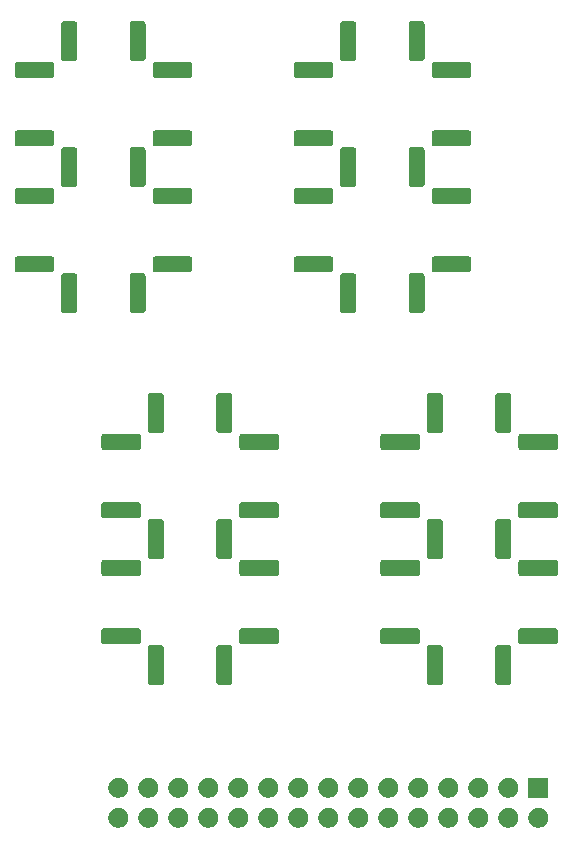
<source format=gts>
G04 #@! TF.GenerationSoftware,KiCad,Pcbnew,(5.1.5)-3*
G04 #@! TF.CreationDate,2021-04-29T22:27:45+02:00*
G04 #@! TF.ProjectId,thermocjromic clock resistors panel,74686572-6d6f-4636-9a72-6f6d69632063,1*
G04 #@! TF.SameCoordinates,Original*
G04 #@! TF.FileFunction,Soldermask,Top*
G04 #@! TF.FilePolarity,Negative*
%FSLAX46Y46*%
G04 Gerber Fmt 4.6, Leading zero omitted, Abs format (unit mm)*
G04 Created by KiCad (PCBNEW (5.1.5)-3) date 2021-04-29 22:27:45*
%MOMM*%
%LPD*%
G04 APERTURE LIST*
%ADD10C,0.152400*%
G04 APERTURE END LIST*
D10*
G36*
X138169936Y-129722665D02*
G01*
X138324627Y-129786739D01*
X138463845Y-129879762D01*
X138582238Y-129998155D01*
X138675261Y-130137373D01*
X138739335Y-130292064D01*
X138772000Y-130456282D01*
X138772000Y-130623718D01*
X138739335Y-130787936D01*
X138675261Y-130942627D01*
X138582238Y-131081845D01*
X138463845Y-131200238D01*
X138324627Y-131293261D01*
X138169936Y-131357335D01*
X138005718Y-131390000D01*
X137838282Y-131390000D01*
X137674064Y-131357335D01*
X137519373Y-131293261D01*
X137380155Y-131200238D01*
X137261762Y-131081845D01*
X137168739Y-130942627D01*
X137104665Y-130787936D01*
X137072000Y-130623718D01*
X137072000Y-130456282D01*
X137104665Y-130292064D01*
X137168739Y-130137373D01*
X137261762Y-129998155D01*
X137380155Y-129879762D01*
X137519373Y-129786739D01*
X137674064Y-129722665D01*
X137838282Y-129690000D01*
X138005718Y-129690000D01*
X138169936Y-129722665D01*
G37*
G36*
X135629936Y-129722665D02*
G01*
X135784627Y-129786739D01*
X135923845Y-129879762D01*
X136042238Y-129998155D01*
X136135261Y-130137373D01*
X136199335Y-130292064D01*
X136232000Y-130456282D01*
X136232000Y-130623718D01*
X136199335Y-130787936D01*
X136135261Y-130942627D01*
X136042238Y-131081845D01*
X135923845Y-131200238D01*
X135784627Y-131293261D01*
X135629936Y-131357335D01*
X135465718Y-131390000D01*
X135298282Y-131390000D01*
X135134064Y-131357335D01*
X134979373Y-131293261D01*
X134840155Y-131200238D01*
X134721762Y-131081845D01*
X134628739Y-130942627D01*
X134564665Y-130787936D01*
X134532000Y-130623718D01*
X134532000Y-130456282D01*
X134564665Y-130292064D01*
X134628739Y-130137373D01*
X134721762Y-129998155D01*
X134840155Y-129879762D01*
X134979373Y-129786739D01*
X135134064Y-129722665D01*
X135298282Y-129690000D01*
X135465718Y-129690000D01*
X135629936Y-129722665D01*
G37*
G36*
X102609936Y-129722665D02*
G01*
X102764627Y-129786739D01*
X102903845Y-129879762D01*
X103022238Y-129998155D01*
X103115261Y-130137373D01*
X103179335Y-130292064D01*
X103212000Y-130456282D01*
X103212000Y-130623718D01*
X103179335Y-130787936D01*
X103115261Y-130942627D01*
X103022238Y-131081845D01*
X102903845Y-131200238D01*
X102764627Y-131293261D01*
X102609936Y-131357335D01*
X102445718Y-131390000D01*
X102278282Y-131390000D01*
X102114064Y-131357335D01*
X101959373Y-131293261D01*
X101820155Y-131200238D01*
X101701762Y-131081845D01*
X101608739Y-130942627D01*
X101544665Y-130787936D01*
X101512000Y-130623718D01*
X101512000Y-130456282D01*
X101544665Y-130292064D01*
X101608739Y-130137373D01*
X101701762Y-129998155D01*
X101820155Y-129879762D01*
X101959373Y-129786739D01*
X102114064Y-129722665D01*
X102278282Y-129690000D01*
X102445718Y-129690000D01*
X102609936Y-129722665D01*
G37*
G36*
X105149936Y-129722665D02*
G01*
X105304627Y-129786739D01*
X105443845Y-129879762D01*
X105562238Y-129998155D01*
X105655261Y-130137373D01*
X105719335Y-130292064D01*
X105752000Y-130456282D01*
X105752000Y-130623718D01*
X105719335Y-130787936D01*
X105655261Y-130942627D01*
X105562238Y-131081845D01*
X105443845Y-131200238D01*
X105304627Y-131293261D01*
X105149936Y-131357335D01*
X104985718Y-131390000D01*
X104818282Y-131390000D01*
X104654064Y-131357335D01*
X104499373Y-131293261D01*
X104360155Y-131200238D01*
X104241762Y-131081845D01*
X104148739Y-130942627D01*
X104084665Y-130787936D01*
X104052000Y-130623718D01*
X104052000Y-130456282D01*
X104084665Y-130292064D01*
X104148739Y-130137373D01*
X104241762Y-129998155D01*
X104360155Y-129879762D01*
X104499373Y-129786739D01*
X104654064Y-129722665D01*
X104818282Y-129690000D01*
X104985718Y-129690000D01*
X105149936Y-129722665D01*
G37*
G36*
X107689936Y-129722665D02*
G01*
X107844627Y-129786739D01*
X107983845Y-129879762D01*
X108102238Y-129998155D01*
X108195261Y-130137373D01*
X108259335Y-130292064D01*
X108292000Y-130456282D01*
X108292000Y-130623718D01*
X108259335Y-130787936D01*
X108195261Y-130942627D01*
X108102238Y-131081845D01*
X107983845Y-131200238D01*
X107844627Y-131293261D01*
X107689936Y-131357335D01*
X107525718Y-131390000D01*
X107358282Y-131390000D01*
X107194064Y-131357335D01*
X107039373Y-131293261D01*
X106900155Y-131200238D01*
X106781762Y-131081845D01*
X106688739Y-130942627D01*
X106624665Y-130787936D01*
X106592000Y-130623718D01*
X106592000Y-130456282D01*
X106624665Y-130292064D01*
X106688739Y-130137373D01*
X106781762Y-129998155D01*
X106900155Y-129879762D01*
X107039373Y-129786739D01*
X107194064Y-129722665D01*
X107358282Y-129690000D01*
X107525718Y-129690000D01*
X107689936Y-129722665D01*
G37*
G36*
X110229936Y-129722665D02*
G01*
X110384627Y-129786739D01*
X110523845Y-129879762D01*
X110642238Y-129998155D01*
X110735261Y-130137373D01*
X110799335Y-130292064D01*
X110832000Y-130456282D01*
X110832000Y-130623718D01*
X110799335Y-130787936D01*
X110735261Y-130942627D01*
X110642238Y-131081845D01*
X110523845Y-131200238D01*
X110384627Y-131293261D01*
X110229936Y-131357335D01*
X110065718Y-131390000D01*
X109898282Y-131390000D01*
X109734064Y-131357335D01*
X109579373Y-131293261D01*
X109440155Y-131200238D01*
X109321762Y-131081845D01*
X109228739Y-130942627D01*
X109164665Y-130787936D01*
X109132000Y-130623718D01*
X109132000Y-130456282D01*
X109164665Y-130292064D01*
X109228739Y-130137373D01*
X109321762Y-129998155D01*
X109440155Y-129879762D01*
X109579373Y-129786739D01*
X109734064Y-129722665D01*
X109898282Y-129690000D01*
X110065718Y-129690000D01*
X110229936Y-129722665D01*
G37*
G36*
X112769936Y-129722665D02*
G01*
X112924627Y-129786739D01*
X113063845Y-129879762D01*
X113182238Y-129998155D01*
X113275261Y-130137373D01*
X113339335Y-130292064D01*
X113372000Y-130456282D01*
X113372000Y-130623718D01*
X113339335Y-130787936D01*
X113275261Y-130942627D01*
X113182238Y-131081845D01*
X113063845Y-131200238D01*
X112924627Y-131293261D01*
X112769936Y-131357335D01*
X112605718Y-131390000D01*
X112438282Y-131390000D01*
X112274064Y-131357335D01*
X112119373Y-131293261D01*
X111980155Y-131200238D01*
X111861762Y-131081845D01*
X111768739Y-130942627D01*
X111704665Y-130787936D01*
X111672000Y-130623718D01*
X111672000Y-130456282D01*
X111704665Y-130292064D01*
X111768739Y-130137373D01*
X111861762Y-129998155D01*
X111980155Y-129879762D01*
X112119373Y-129786739D01*
X112274064Y-129722665D01*
X112438282Y-129690000D01*
X112605718Y-129690000D01*
X112769936Y-129722665D01*
G37*
G36*
X115309936Y-129722665D02*
G01*
X115464627Y-129786739D01*
X115603845Y-129879762D01*
X115722238Y-129998155D01*
X115815261Y-130137373D01*
X115879335Y-130292064D01*
X115912000Y-130456282D01*
X115912000Y-130623718D01*
X115879335Y-130787936D01*
X115815261Y-130942627D01*
X115722238Y-131081845D01*
X115603845Y-131200238D01*
X115464627Y-131293261D01*
X115309936Y-131357335D01*
X115145718Y-131390000D01*
X114978282Y-131390000D01*
X114814064Y-131357335D01*
X114659373Y-131293261D01*
X114520155Y-131200238D01*
X114401762Y-131081845D01*
X114308739Y-130942627D01*
X114244665Y-130787936D01*
X114212000Y-130623718D01*
X114212000Y-130456282D01*
X114244665Y-130292064D01*
X114308739Y-130137373D01*
X114401762Y-129998155D01*
X114520155Y-129879762D01*
X114659373Y-129786739D01*
X114814064Y-129722665D01*
X114978282Y-129690000D01*
X115145718Y-129690000D01*
X115309936Y-129722665D01*
G37*
G36*
X120389936Y-129722665D02*
G01*
X120544627Y-129786739D01*
X120683845Y-129879762D01*
X120802238Y-129998155D01*
X120895261Y-130137373D01*
X120959335Y-130292064D01*
X120992000Y-130456282D01*
X120992000Y-130623718D01*
X120959335Y-130787936D01*
X120895261Y-130942627D01*
X120802238Y-131081845D01*
X120683845Y-131200238D01*
X120544627Y-131293261D01*
X120389936Y-131357335D01*
X120225718Y-131390000D01*
X120058282Y-131390000D01*
X119894064Y-131357335D01*
X119739373Y-131293261D01*
X119600155Y-131200238D01*
X119481762Y-131081845D01*
X119388739Y-130942627D01*
X119324665Y-130787936D01*
X119292000Y-130623718D01*
X119292000Y-130456282D01*
X119324665Y-130292064D01*
X119388739Y-130137373D01*
X119481762Y-129998155D01*
X119600155Y-129879762D01*
X119739373Y-129786739D01*
X119894064Y-129722665D01*
X120058282Y-129690000D01*
X120225718Y-129690000D01*
X120389936Y-129722665D01*
G37*
G36*
X122929936Y-129722665D02*
G01*
X123084627Y-129786739D01*
X123223845Y-129879762D01*
X123342238Y-129998155D01*
X123435261Y-130137373D01*
X123499335Y-130292064D01*
X123532000Y-130456282D01*
X123532000Y-130623718D01*
X123499335Y-130787936D01*
X123435261Y-130942627D01*
X123342238Y-131081845D01*
X123223845Y-131200238D01*
X123084627Y-131293261D01*
X122929936Y-131357335D01*
X122765718Y-131390000D01*
X122598282Y-131390000D01*
X122434064Y-131357335D01*
X122279373Y-131293261D01*
X122140155Y-131200238D01*
X122021762Y-131081845D01*
X121928739Y-130942627D01*
X121864665Y-130787936D01*
X121832000Y-130623718D01*
X121832000Y-130456282D01*
X121864665Y-130292064D01*
X121928739Y-130137373D01*
X122021762Y-129998155D01*
X122140155Y-129879762D01*
X122279373Y-129786739D01*
X122434064Y-129722665D01*
X122598282Y-129690000D01*
X122765718Y-129690000D01*
X122929936Y-129722665D01*
G37*
G36*
X125469936Y-129722665D02*
G01*
X125624627Y-129786739D01*
X125763845Y-129879762D01*
X125882238Y-129998155D01*
X125975261Y-130137373D01*
X126039335Y-130292064D01*
X126072000Y-130456282D01*
X126072000Y-130623718D01*
X126039335Y-130787936D01*
X125975261Y-130942627D01*
X125882238Y-131081845D01*
X125763845Y-131200238D01*
X125624627Y-131293261D01*
X125469936Y-131357335D01*
X125305718Y-131390000D01*
X125138282Y-131390000D01*
X124974064Y-131357335D01*
X124819373Y-131293261D01*
X124680155Y-131200238D01*
X124561762Y-131081845D01*
X124468739Y-130942627D01*
X124404665Y-130787936D01*
X124372000Y-130623718D01*
X124372000Y-130456282D01*
X124404665Y-130292064D01*
X124468739Y-130137373D01*
X124561762Y-129998155D01*
X124680155Y-129879762D01*
X124819373Y-129786739D01*
X124974064Y-129722665D01*
X125138282Y-129690000D01*
X125305718Y-129690000D01*
X125469936Y-129722665D01*
G37*
G36*
X128009936Y-129722665D02*
G01*
X128164627Y-129786739D01*
X128303845Y-129879762D01*
X128422238Y-129998155D01*
X128515261Y-130137373D01*
X128579335Y-130292064D01*
X128612000Y-130456282D01*
X128612000Y-130623718D01*
X128579335Y-130787936D01*
X128515261Y-130942627D01*
X128422238Y-131081845D01*
X128303845Y-131200238D01*
X128164627Y-131293261D01*
X128009936Y-131357335D01*
X127845718Y-131390000D01*
X127678282Y-131390000D01*
X127514064Y-131357335D01*
X127359373Y-131293261D01*
X127220155Y-131200238D01*
X127101762Y-131081845D01*
X127008739Y-130942627D01*
X126944665Y-130787936D01*
X126912000Y-130623718D01*
X126912000Y-130456282D01*
X126944665Y-130292064D01*
X127008739Y-130137373D01*
X127101762Y-129998155D01*
X127220155Y-129879762D01*
X127359373Y-129786739D01*
X127514064Y-129722665D01*
X127678282Y-129690000D01*
X127845718Y-129690000D01*
X128009936Y-129722665D01*
G37*
G36*
X130549936Y-129722665D02*
G01*
X130704627Y-129786739D01*
X130843845Y-129879762D01*
X130962238Y-129998155D01*
X131055261Y-130137373D01*
X131119335Y-130292064D01*
X131152000Y-130456282D01*
X131152000Y-130623718D01*
X131119335Y-130787936D01*
X131055261Y-130942627D01*
X130962238Y-131081845D01*
X130843845Y-131200238D01*
X130704627Y-131293261D01*
X130549936Y-131357335D01*
X130385718Y-131390000D01*
X130218282Y-131390000D01*
X130054064Y-131357335D01*
X129899373Y-131293261D01*
X129760155Y-131200238D01*
X129641762Y-131081845D01*
X129548739Y-130942627D01*
X129484665Y-130787936D01*
X129452000Y-130623718D01*
X129452000Y-130456282D01*
X129484665Y-130292064D01*
X129548739Y-130137373D01*
X129641762Y-129998155D01*
X129760155Y-129879762D01*
X129899373Y-129786739D01*
X130054064Y-129722665D01*
X130218282Y-129690000D01*
X130385718Y-129690000D01*
X130549936Y-129722665D01*
G37*
G36*
X133089936Y-129722665D02*
G01*
X133244627Y-129786739D01*
X133383845Y-129879762D01*
X133502238Y-129998155D01*
X133595261Y-130137373D01*
X133659335Y-130292064D01*
X133692000Y-130456282D01*
X133692000Y-130623718D01*
X133659335Y-130787936D01*
X133595261Y-130942627D01*
X133502238Y-131081845D01*
X133383845Y-131200238D01*
X133244627Y-131293261D01*
X133089936Y-131357335D01*
X132925718Y-131390000D01*
X132758282Y-131390000D01*
X132594064Y-131357335D01*
X132439373Y-131293261D01*
X132300155Y-131200238D01*
X132181762Y-131081845D01*
X132088739Y-130942627D01*
X132024665Y-130787936D01*
X131992000Y-130623718D01*
X131992000Y-130456282D01*
X132024665Y-130292064D01*
X132088739Y-130137373D01*
X132181762Y-129998155D01*
X132300155Y-129879762D01*
X132439373Y-129786739D01*
X132594064Y-129722665D01*
X132758282Y-129690000D01*
X132925718Y-129690000D01*
X133089936Y-129722665D01*
G37*
G36*
X117849936Y-129722665D02*
G01*
X118004627Y-129786739D01*
X118143845Y-129879762D01*
X118262238Y-129998155D01*
X118355261Y-130137373D01*
X118419335Y-130292064D01*
X118452000Y-130456282D01*
X118452000Y-130623718D01*
X118419335Y-130787936D01*
X118355261Y-130942627D01*
X118262238Y-131081845D01*
X118143845Y-131200238D01*
X118004627Y-131293261D01*
X117849936Y-131357335D01*
X117685718Y-131390000D01*
X117518282Y-131390000D01*
X117354064Y-131357335D01*
X117199373Y-131293261D01*
X117060155Y-131200238D01*
X116941762Y-131081845D01*
X116848739Y-130942627D01*
X116784665Y-130787936D01*
X116752000Y-130623718D01*
X116752000Y-130456282D01*
X116784665Y-130292064D01*
X116848739Y-130137373D01*
X116941762Y-129998155D01*
X117060155Y-129879762D01*
X117199373Y-129786739D01*
X117354064Y-129722665D01*
X117518282Y-129690000D01*
X117685718Y-129690000D01*
X117849936Y-129722665D01*
G37*
G36*
X125469936Y-127182665D02*
G01*
X125624627Y-127246739D01*
X125763845Y-127339762D01*
X125882238Y-127458155D01*
X125975261Y-127597373D01*
X126039335Y-127752064D01*
X126072000Y-127916282D01*
X126072000Y-128083718D01*
X126039335Y-128247936D01*
X125975261Y-128402627D01*
X125882238Y-128541845D01*
X125763845Y-128660238D01*
X125624627Y-128753261D01*
X125469936Y-128817335D01*
X125305718Y-128850000D01*
X125138282Y-128850000D01*
X124974064Y-128817335D01*
X124819373Y-128753261D01*
X124680155Y-128660238D01*
X124561762Y-128541845D01*
X124468739Y-128402627D01*
X124404665Y-128247936D01*
X124372000Y-128083718D01*
X124372000Y-127916282D01*
X124404665Y-127752064D01*
X124468739Y-127597373D01*
X124561762Y-127458155D01*
X124680155Y-127339762D01*
X124819373Y-127246739D01*
X124974064Y-127182665D01*
X125138282Y-127150000D01*
X125305718Y-127150000D01*
X125469936Y-127182665D01*
G37*
G36*
X135629936Y-127182665D02*
G01*
X135784627Y-127246739D01*
X135923845Y-127339762D01*
X136042238Y-127458155D01*
X136135261Y-127597373D01*
X136199335Y-127752064D01*
X136232000Y-127916282D01*
X136232000Y-128083718D01*
X136199335Y-128247936D01*
X136135261Y-128402627D01*
X136042238Y-128541845D01*
X135923845Y-128660238D01*
X135784627Y-128753261D01*
X135629936Y-128817335D01*
X135465718Y-128850000D01*
X135298282Y-128850000D01*
X135134064Y-128817335D01*
X134979373Y-128753261D01*
X134840155Y-128660238D01*
X134721762Y-128541845D01*
X134628739Y-128402627D01*
X134564665Y-128247936D01*
X134532000Y-128083718D01*
X134532000Y-127916282D01*
X134564665Y-127752064D01*
X134628739Y-127597373D01*
X134721762Y-127458155D01*
X134840155Y-127339762D01*
X134979373Y-127246739D01*
X135134064Y-127182665D01*
X135298282Y-127150000D01*
X135465718Y-127150000D01*
X135629936Y-127182665D01*
G37*
G36*
X130549936Y-127182665D02*
G01*
X130704627Y-127246739D01*
X130843845Y-127339762D01*
X130962238Y-127458155D01*
X131055261Y-127597373D01*
X131119335Y-127752064D01*
X131152000Y-127916282D01*
X131152000Y-128083718D01*
X131119335Y-128247936D01*
X131055261Y-128402627D01*
X130962238Y-128541845D01*
X130843845Y-128660238D01*
X130704627Y-128753261D01*
X130549936Y-128817335D01*
X130385718Y-128850000D01*
X130218282Y-128850000D01*
X130054064Y-128817335D01*
X129899373Y-128753261D01*
X129760155Y-128660238D01*
X129641762Y-128541845D01*
X129548739Y-128402627D01*
X129484665Y-128247936D01*
X129452000Y-128083718D01*
X129452000Y-127916282D01*
X129484665Y-127752064D01*
X129548739Y-127597373D01*
X129641762Y-127458155D01*
X129760155Y-127339762D01*
X129899373Y-127246739D01*
X130054064Y-127182665D01*
X130218282Y-127150000D01*
X130385718Y-127150000D01*
X130549936Y-127182665D01*
G37*
G36*
X128009936Y-127182665D02*
G01*
X128164627Y-127246739D01*
X128303845Y-127339762D01*
X128422238Y-127458155D01*
X128515261Y-127597373D01*
X128579335Y-127752064D01*
X128612000Y-127916282D01*
X128612000Y-128083718D01*
X128579335Y-128247936D01*
X128515261Y-128402627D01*
X128422238Y-128541845D01*
X128303845Y-128660238D01*
X128164627Y-128753261D01*
X128009936Y-128817335D01*
X127845718Y-128850000D01*
X127678282Y-128850000D01*
X127514064Y-128817335D01*
X127359373Y-128753261D01*
X127220155Y-128660238D01*
X127101762Y-128541845D01*
X127008739Y-128402627D01*
X126944665Y-128247936D01*
X126912000Y-128083718D01*
X126912000Y-127916282D01*
X126944665Y-127752064D01*
X127008739Y-127597373D01*
X127101762Y-127458155D01*
X127220155Y-127339762D01*
X127359373Y-127246739D01*
X127514064Y-127182665D01*
X127678282Y-127150000D01*
X127845718Y-127150000D01*
X128009936Y-127182665D01*
G37*
G36*
X122929936Y-127182665D02*
G01*
X123084627Y-127246739D01*
X123223845Y-127339762D01*
X123342238Y-127458155D01*
X123435261Y-127597373D01*
X123499335Y-127752064D01*
X123532000Y-127916282D01*
X123532000Y-128083718D01*
X123499335Y-128247936D01*
X123435261Y-128402627D01*
X123342238Y-128541845D01*
X123223845Y-128660238D01*
X123084627Y-128753261D01*
X122929936Y-128817335D01*
X122765718Y-128850000D01*
X122598282Y-128850000D01*
X122434064Y-128817335D01*
X122279373Y-128753261D01*
X122140155Y-128660238D01*
X122021762Y-128541845D01*
X121928739Y-128402627D01*
X121864665Y-128247936D01*
X121832000Y-128083718D01*
X121832000Y-127916282D01*
X121864665Y-127752064D01*
X121928739Y-127597373D01*
X122021762Y-127458155D01*
X122140155Y-127339762D01*
X122279373Y-127246739D01*
X122434064Y-127182665D01*
X122598282Y-127150000D01*
X122765718Y-127150000D01*
X122929936Y-127182665D01*
G37*
G36*
X133089936Y-127182665D02*
G01*
X133244627Y-127246739D01*
X133383845Y-127339762D01*
X133502238Y-127458155D01*
X133595261Y-127597373D01*
X133659335Y-127752064D01*
X133692000Y-127916282D01*
X133692000Y-128083718D01*
X133659335Y-128247936D01*
X133595261Y-128402627D01*
X133502238Y-128541845D01*
X133383845Y-128660238D01*
X133244627Y-128753261D01*
X133089936Y-128817335D01*
X132925718Y-128850000D01*
X132758282Y-128850000D01*
X132594064Y-128817335D01*
X132439373Y-128753261D01*
X132300155Y-128660238D01*
X132181762Y-128541845D01*
X132088739Y-128402627D01*
X132024665Y-128247936D01*
X131992000Y-128083718D01*
X131992000Y-127916282D01*
X132024665Y-127752064D01*
X132088739Y-127597373D01*
X132181762Y-127458155D01*
X132300155Y-127339762D01*
X132439373Y-127246739D01*
X132594064Y-127182665D01*
X132758282Y-127150000D01*
X132925718Y-127150000D01*
X133089936Y-127182665D01*
G37*
G36*
X117849936Y-127182665D02*
G01*
X118004627Y-127246739D01*
X118143845Y-127339762D01*
X118262238Y-127458155D01*
X118355261Y-127597373D01*
X118419335Y-127752064D01*
X118452000Y-127916282D01*
X118452000Y-128083718D01*
X118419335Y-128247936D01*
X118355261Y-128402627D01*
X118262238Y-128541845D01*
X118143845Y-128660238D01*
X118004627Y-128753261D01*
X117849936Y-128817335D01*
X117685718Y-128850000D01*
X117518282Y-128850000D01*
X117354064Y-128817335D01*
X117199373Y-128753261D01*
X117060155Y-128660238D01*
X116941762Y-128541845D01*
X116848739Y-128402627D01*
X116784665Y-128247936D01*
X116752000Y-128083718D01*
X116752000Y-127916282D01*
X116784665Y-127752064D01*
X116848739Y-127597373D01*
X116941762Y-127458155D01*
X117060155Y-127339762D01*
X117199373Y-127246739D01*
X117354064Y-127182665D01*
X117518282Y-127150000D01*
X117685718Y-127150000D01*
X117849936Y-127182665D01*
G37*
G36*
X138772000Y-128850000D02*
G01*
X137072000Y-128850000D01*
X137072000Y-127150000D01*
X138772000Y-127150000D01*
X138772000Y-128850000D01*
G37*
G36*
X112769936Y-127182665D02*
G01*
X112924627Y-127246739D01*
X113063845Y-127339762D01*
X113182238Y-127458155D01*
X113275261Y-127597373D01*
X113339335Y-127752064D01*
X113372000Y-127916282D01*
X113372000Y-128083718D01*
X113339335Y-128247936D01*
X113275261Y-128402627D01*
X113182238Y-128541845D01*
X113063845Y-128660238D01*
X112924627Y-128753261D01*
X112769936Y-128817335D01*
X112605718Y-128850000D01*
X112438282Y-128850000D01*
X112274064Y-128817335D01*
X112119373Y-128753261D01*
X111980155Y-128660238D01*
X111861762Y-128541845D01*
X111768739Y-128402627D01*
X111704665Y-128247936D01*
X111672000Y-128083718D01*
X111672000Y-127916282D01*
X111704665Y-127752064D01*
X111768739Y-127597373D01*
X111861762Y-127458155D01*
X111980155Y-127339762D01*
X112119373Y-127246739D01*
X112274064Y-127182665D01*
X112438282Y-127150000D01*
X112605718Y-127150000D01*
X112769936Y-127182665D01*
G37*
G36*
X102609936Y-127182665D02*
G01*
X102764627Y-127246739D01*
X102903845Y-127339762D01*
X103022238Y-127458155D01*
X103115261Y-127597373D01*
X103179335Y-127752064D01*
X103212000Y-127916282D01*
X103212000Y-128083718D01*
X103179335Y-128247936D01*
X103115261Y-128402627D01*
X103022238Y-128541845D01*
X102903845Y-128660238D01*
X102764627Y-128753261D01*
X102609936Y-128817335D01*
X102445718Y-128850000D01*
X102278282Y-128850000D01*
X102114064Y-128817335D01*
X101959373Y-128753261D01*
X101820155Y-128660238D01*
X101701762Y-128541845D01*
X101608739Y-128402627D01*
X101544665Y-128247936D01*
X101512000Y-128083718D01*
X101512000Y-127916282D01*
X101544665Y-127752064D01*
X101608739Y-127597373D01*
X101701762Y-127458155D01*
X101820155Y-127339762D01*
X101959373Y-127246739D01*
X102114064Y-127182665D01*
X102278282Y-127150000D01*
X102445718Y-127150000D01*
X102609936Y-127182665D01*
G37*
G36*
X110229936Y-127182665D02*
G01*
X110384627Y-127246739D01*
X110523845Y-127339762D01*
X110642238Y-127458155D01*
X110735261Y-127597373D01*
X110799335Y-127752064D01*
X110832000Y-127916282D01*
X110832000Y-128083718D01*
X110799335Y-128247936D01*
X110735261Y-128402627D01*
X110642238Y-128541845D01*
X110523845Y-128660238D01*
X110384627Y-128753261D01*
X110229936Y-128817335D01*
X110065718Y-128850000D01*
X109898282Y-128850000D01*
X109734064Y-128817335D01*
X109579373Y-128753261D01*
X109440155Y-128660238D01*
X109321762Y-128541845D01*
X109228739Y-128402627D01*
X109164665Y-128247936D01*
X109132000Y-128083718D01*
X109132000Y-127916282D01*
X109164665Y-127752064D01*
X109228739Y-127597373D01*
X109321762Y-127458155D01*
X109440155Y-127339762D01*
X109579373Y-127246739D01*
X109734064Y-127182665D01*
X109898282Y-127150000D01*
X110065718Y-127150000D01*
X110229936Y-127182665D01*
G37*
G36*
X105149936Y-127182665D02*
G01*
X105304627Y-127246739D01*
X105443845Y-127339762D01*
X105562238Y-127458155D01*
X105655261Y-127597373D01*
X105719335Y-127752064D01*
X105752000Y-127916282D01*
X105752000Y-128083718D01*
X105719335Y-128247936D01*
X105655261Y-128402627D01*
X105562238Y-128541845D01*
X105443845Y-128660238D01*
X105304627Y-128753261D01*
X105149936Y-128817335D01*
X104985718Y-128850000D01*
X104818282Y-128850000D01*
X104654064Y-128817335D01*
X104499373Y-128753261D01*
X104360155Y-128660238D01*
X104241762Y-128541845D01*
X104148739Y-128402627D01*
X104084665Y-128247936D01*
X104052000Y-128083718D01*
X104052000Y-127916282D01*
X104084665Y-127752064D01*
X104148739Y-127597373D01*
X104241762Y-127458155D01*
X104360155Y-127339762D01*
X104499373Y-127246739D01*
X104654064Y-127182665D01*
X104818282Y-127150000D01*
X104985718Y-127150000D01*
X105149936Y-127182665D01*
G37*
G36*
X107689936Y-127182665D02*
G01*
X107844627Y-127246739D01*
X107983845Y-127339762D01*
X108102238Y-127458155D01*
X108195261Y-127597373D01*
X108259335Y-127752064D01*
X108292000Y-127916282D01*
X108292000Y-128083718D01*
X108259335Y-128247936D01*
X108195261Y-128402627D01*
X108102238Y-128541845D01*
X107983845Y-128660238D01*
X107844627Y-128753261D01*
X107689936Y-128817335D01*
X107525718Y-128850000D01*
X107358282Y-128850000D01*
X107194064Y-128817335D01*
X107039373Y-128753261D01*
X106900155Y-128660238D01*
X106781762Y-128541845D01*
X106688739Y-128402627D01*
X106624665Y-128247936D01*
X106592000Y-128083718D01*
X106592000Y-127916282D01*
X106624665Y-127752064D01*
X106688739Y-127597373D01*
X106781762Y-127458155D01*
X106900155Y-127339762D01*
X107039373Y-127246739D01*
X107194064Y-127182665D01*
X107358282Y-127150000D01*
X107525718Y-127150000D01*
X107689936Y-127182665D01*
G37*
G36*
X120389936Y-127182665D02*
G01*
X120544627Y-127246739D01*
X120683845Y-127339762D01*
X120802238Y-127458155D01*
X120895261Y-127597373D01*
X120959335Y-127752064D01*
X120992000Y-127916282D01*
X120992000Y-128083718D01*
X120959335Y-128247936D01*
X120895261Y-128402627D01*
X120802238Y-128541845D01*
X120683845Y-128660238D01*
X120544627Y-128753261D01*
X120389936Y-128817335D01*
X120225718Y-128850000D01*
X120058282Y-128850000D01*
X119894064Y-128817335D01*
X119739373Y-128753261D01*
X119600155Y-128660238D01*
X119481762Y-128541845D01*
X119388739Y-128402627D01*
X119324665Y-128247936D01*
X119292000Y-128083718D01*
X119292000Y-127916282D01*
X119324665Y-127752064D01*
X119388739Y-127597373D01*
X119481762Y-127458155D01*
X119600155Y-127339762D01*
X119739373Y-127246739D01*
X119894064Y-127182665D01*
X120058282Y-127150000D01*
X120225718Y-127150000D01*
X120389936Y-127182665D01*
G37*
G36*
X115309936Y-127182665D02*
G01*
X115464627Y-127246739D01*
X115603845Y-127339762D01*
X115722238Y-127458155D01*
X115815261Y-127597373D01*
X115879335Y-127752064D01*
X115912000Y-127916282D01*
X115912000Y-128083718D01*
X115879335Y-128247936D01*
X115815261Y-128402627D01*
X115722238Y-128541845D01*
X115603845Y-128660238D01*
X115464627Y-128753261D01*
X115309936Y-128817335D01*
X115145718Y-128850000D01*
X114978282Y-128850000D01*
X114814064Y-128817335D01*
X114659373Y-128753261D01*
X114520155Y-128660238D01*
X114401762Y-128541845D01*
X114308739Y-128402627D01*
X114244665Y-128247936D01*
X114212000Y-128083718D01*
X114212000Y-127916282D01*
X114244665Y-127752064D01*
X114308739Y-127597373D01*
X114401762Y-127458155D01*
X114520155Y-127339762D01*
X114659373Y-127246739D01*
X114814064Y-127182665D01*
X114978282Y-127150000D01*
X115145718Y-127150000D01*
X115309936Y-127182665D01*
G37*
G36*
X111841466Y-115931429D02*
G01*
X111882321Y-115943822D01*
X111919972Y-115963947D01*
X111952971Y-115991029D01*
X111980053Y-116024028D01*
X112000178Y-116061679D01*
X112012571Y-116102534D01*
X112017000Y-116147506D01*
X112017000Y-119056494D01*
X112012571Y-119101466D01*
X112000178Y-119142321D01*
X111980053Y-119179972D01*
X111952971Y-119212971D01*
X111919972Y-119240053D01*
X111882321Y-119260178D01*
X111841466Y-119272571D01*
X111796494Y-119277000D01*
X110887506Y-119277000D01*
X110842534Y-119272571D01*
X110801679Y-119260178D01*
X110764028Y-119240053D01*
X110731029Y-119212971D01*
X110703947Y-119179972D01*
X110683822Y-119142321D01*
X110671429Y-119101466D01*
X110667000Y-119056494D01*
X110667000Y-116147506D01*
X110671429Y-116102534D01*
X110683822Y-116061679D01*
X110703947Y-116024028D01*
X110731029Y-115991029D01*
X110764028Y-115963947D01*
X110801679Y-115943822D01*
X110842534Y-115931429D01*
X110887506Y-115927000D01*
X111796494Y-115927000D01*
X111841466Y-115931429D01*
G37*
G36*
X106041466Y-115931429D02*
G01*
X106082321Y-115943822D01*
X106119972Y-115963947D01*
X106152971Y-115991029D01*
X106180053Y-116024028D01*
X106200178Y-116061679D01*
X106212571Y-116102534D01*
X106217000Y-116147506D01*
X106217000Y-119056494D01*
X106212571Y-119101466D01*
X106200178Y-119142321D01*
X106180053Y-119179972D01*
X106152971Y-119212971D01*
X106119972Y-119240053D01*
X106082321Y-119260178D01*
X106041466Y-119272571D01*
X105996494Y-119277000D01*
X105087506Y-119277000D01*
X105042534Y-119272571D01*
X105001679Y-119260178D01*
X104964028Y-119240053D01*
X104931029Y-119212971D01*
X104903947Y-119179972D01*
X104883822Y-119142321D01*
X104871429Y-119101466D01*
X104867000Y-119056494D01*
X104867000Y-116147506D01*
X104871429Y-116102534D01*
X104883822Y-116061679D01*
X104903947Y-116024028D01*
X104931029Y-115991029D01*
X104964028Y-115963947D01*
X105001679Y-115943822D01*
X105042534Y-115931429D01*
X105087506Y-115927000D01*
X105996494Y-115927000D01*
X106041466Y-115931429D01*
G37*
G36*
X129663466Y-115931429D02*
G01*
X129704321Y-115943822D01*
X129741972Y-115963947D01*
X129774971Y-115991029D01*
X129802053Y-116024028D01*
X129822178Y-116061679D01*
X129834571Y-116102534D01*
X129839000Y-116147506D01*
X129839000Y-119056494D01*
X129834571Y-119101466D01*
X129822178Y-119142321D01*
X129802053Y-119179972D01*
X129774971Y-119212971D01*
X129741972Y-119240053D01*
X129704321Y-119260178D01*
X129663466Y-119272571D01*
X129618494Y-119277000D01*
X128709506Y-119277000D01*
X128664534Y-119272571D01*
X128623679Y-119260178D01*
X128586028Y-119240053D01*
X128553029Y-119212971D01*
X128525947Y-119179972D01*
X128505822Y-119142321D01*
X128493429Y-119101466D01*
X128489000Y-119056494D01*
X128489000Y-116147506D01*
X128493429Y-116102534D01*
X128505822Y-116061679D01*
X128525947Y-116024028D01*
X128553029Y-115991029D01*
X128586028Y-115963947D01*
X128623679Y-115943822D01*
X128664534Y-115931429D01*
X128709506Y-115927000D01*
X129618494Y-115927000D01*
X129663466Y-115931429D01*
G37*
G36*
X135463466Y-115931429D02*
G01*
X135504321Y-115943822D01*
X135541972Y-115963947D01*
X135574971Y-115991029D01*
X135602053Y-116024028D01*
X135622178Y-116061679D01*
X135634571Y-116102534D01*
X135639000Y-116147506D01*
X135639000Y-119056494D01*
X135634571Y-119101466D01*
X135622178Y-119142321D01*
X135602053Y-119179972D01*
X135574971Y-119212971D01*
X135541972Y-119240053D01*
X135504321Y-119260178D01*
X135463466Y-119272571D01*
X135418494Y-119277000D01*
X134509506Y-119277000D01*
X134464534Y-119272571D01*
X134423679Y-119260178D01*
X134386028Y-119240053D01*
X134353029Y-119212971D01*
X134325947Y-119179972D01*
X134305822Y-119142321D01*
X134293429Y-119101466D01*
X134289000Y-119056494D01*
X134289000Y-116147506D01*
X134293429Y-116102534D01*
X134305822Y-116061679D01*
X134325947Y-116024028D01*
X134353029Y-115991029D01*
X134386028Y-115963947D01*
X134423679Y-115943822D01*
X134464534Y-115931429D01*
X134509506Y-115927000D01*
X135418494Y-115927000D01*
X135463466Y-115931429D01*
G37*
G36*
X115783466Y-114497429D02*
G01*
X115824321Y-114509822D01*
X115861972Y-114529947D01*
X115894971Y-114557029D01*
X115922053Y-114590028D01*
X115942178Y-114627679D01*
X115954571Y-114668534D01*
X115959000Y-114713506D01*
X115959000Y-115622494D01*
X115954571Y-115667466D01*
X115942178Y-115708321D01*
X115922053Y-115745972D01*
X115894971Y-115778971D01*
X115861972Y-115806053D01*
X115824321Y-115826178D01*
X115783466Y-115838571D01*
X115738494Y-115843000D01*
X112829506Y-115843000D01*
X112784534Y-115838571D01*
X112743679Y-115826178D01*
X112706028Y-115806053D01*
X112673029Y-115778971D01*
X112645947Y-115745972D01*
X112625822Y-115708321D01*
X112613429Y-115667466D01*
X112609000Y-115622494D01*
X112609000Y-114713506D01*
X112613429Y-114668534D01*
X112625822Y-114627679D01*
X112645947Y-114590028D01*
X112673029Y-114557029D01*
X112706028Y-114529947D01*
X112743679Y-114509822D01*
X112784534Y-114497429D01*
X112829506Y-114493000D01*
X115738494Y-114493000D01*
X115783466Y-114497429D01*
G37*
G36*
X139405466Y-114497429D02*
G01*
X139446321Y-114509822D01*
X139483972Y-114529947D01*
X139516971Y-114557029D01*
X139544053Y-114590028D01*
X139564178Y-114627679D01*
X139576571Y-114668534D01*
X139581000Y-114713506D01*
X139581000Y-115622494D01*
X139576571Y-115667466D01*
X139564178Y-115708321D01*
X139544053Y-115745972D01*
X139516971Y-115778971D01*
X139483972Y-115806053D01*
X139446321Y-115826178D01*
X139405466Y-115838571D01*
X139360494Y-115843000D01*
X136451506Y-115843000D01*
X136406534Y-115838571D01*
X136365679Y-115826178D01*
X136328028Y-115806053D01*
X136295029Y-115778971D01*
X136267947Y-115745972D01*
X136247822Y-115708321D01*
X136235429Y-115667466D01*
X136231000Y-115622494D01*
X136231000Y-114713506D01*
X136235429Y-114668534D01*
X136247822Y-114627679D01*
X136267947Y-114590028D01*
X136295029Y-114557029D01*
X136328028Y-114529947D01*
X136365679Y-114509822D01*
X136406534Y-114497429D01*
X136451506Y-114493000D01*
X139360494Y-114493000D01*
X139405466Y-114497429D01*
G37*
G36*
X127721466Y-114497429D02*
G01*
X127762321Y-114509822D01*
X127799972Y-114529947D01*
X127832971Y-114557029D01*
X127860053Y-114590028D01*
X127880178Y-114627679D01*
X127892571Y-114668534D01*
X127897000Y-114713506D01*
X127897000Y-115622494D01*
X127892571Y-115667466D01*
X127880178Y-115708321D01*
X127860053Y-115745972D01*
X127832971Y-115778971D01*
X127799972Y-115806053D01*
X127762321Y-115826178D01*
X127721466Y-115838571D01*
X127676494Y-115843000D01*
X124767506Y-115843000D01*
X124722534Y-115838571D01*
X124681679Y-115826178D01*
X124644028Y-115806053D01*
X124611029Y-115778971D01*
X124583947Y-115745972D01*
X124563822Y-115708321D01*
X124551429Y-115667466D01*
X124547000Y-115622494D01*
X124547000Y-114713506D01*
X124551429Y-114668534D01*
X124563822Y-114627679D01*
X124583947Y-114590028D01*
X124611029Y-114557029D01*
X124644028Y-114529947D01*
X124681679Y-114509822D01*
X124722534Y-114497429D01*
X124767506Y-114493000D01*
X127676494Y-114493000D01*
X127721466Y-114497429D01*
G37*
G36*
X104099466Y-114497429D02*
G01*
X104140321Y-114509822D01*
X104177972Y-114529947D01*
X104210971Y-114557029D01*
X104238053Y-114590028D01*
X104258178Y-114627679D01*
X104270571Y-114668534D01*
X104275000Y-114713506D01*
X104275000Y-115622494D01*
X104270571Y-115667466D01*
X104258178Y-115708321D01*
X104238053Y-115745972D01*
X104210971Y-115778971D01*
X104177972Y-115806053D01*
X104140321Y-115826178D01*
X104099466Y-115838571D01*
X104054494Y-115843000D01*
X101145506Y-115843000D01*
X101100534Y-115838571D01*
X101059679Y-115826178D01*
X101022028Y-115806053D01*
X100989029Y-115778971D01*
X100961947Y-115745972D01*
X100941822Y-115708321D01*
X100929429Y-115667466D01*
X100925000Y-115622494D01*
X100925000Y-114713506D01*
X100929429Y-114668534D01*
X100941822Y-114627679D01*
X100961947Y-114590028D01*
X100989029Y-114557029D01*
X101022028Y-114529947D01*
X101059679Y-114509822D01*
X101100534Y-114497429D01*
X101145506Y-114493000D01*
X104054494Y-114493000D01*
X104099466Y-114497429D01*
G37*
G36*
X139405466Y-108697429D02*
G01*
X139446321Y-108709822D01*
X139483972Y-108729947D01*
X139516971Y-108757029D01*
X139544053Y-108790028D01*
X139564178Y-108827679D01*
X139576571Y-108868534D01*
X139581000Y-108913506D01*
X139581000Y-109822494D01*
X139576571Y-109867466D01*
X139564178Y-109908321D01*
X139544053Y-109945972D01*
X139516971Y-109978971D01*
X139483972Y-110006053D01*
X139446321Y-110026178D01*
X139405466Y-110038571D01*
X139360494Y-110043000D01*
X136451506Y-110043000D01*
X136406534Y-110038571D01*
X136365679Y-110026178D01*
X136328028Y-110006053D01*
X136295029Y-109978971D01*
X136267947Y-109945972D01*
X136247822Y-109908321D01*
X136235429Y-109867466D01*
X136231000Y-109822494D01*
X136231000Y-108913506D01*
X136235429Y-108868534D01*
X136247822Y-108827679D01*
X136267947Y-108790028D01*
X136295029Y-108757029D01*
X136328028Y-108729947D01*
X136365679Y-108709822D01*
X136406534Y-108697429D01*
X136451506Y-108693000D01*
X139360494Y-108693000D01*
X139405466Y-108697429D01*
G37*
G36*
X127721466Y-108697429D02*
G01*
X127762321Y-108709822D01*
X127799972Y-108729947D01*
X127832971Y-108757029D01*
X127860053Y-108790028D01*
X127880178Y-108827679D01*
X127892571Y-108868534D01*
X127897000Y-108913506D01*
X127897000Y-109822494D01*
X127892571Y-109867466D01*
X127880178Y-109908321D01*
X127860053Y-109945972D01*
X127832971Y-109978971D01*
X127799972Y-110006053D01*
X127762321Y-110026178D01*
X127721466Y-110038571D01*
X127676494Y-110043000D01*
X124767506Y-110043000D01*
X124722534Y-110038571D01*
X124681679Y-110026178D01*
X124644028Y-110006053D01*
X124611029Y-109978971D01*
X124583947Y-109945972D01*
X124563822Y-109908321D01*
X124551429Y-109867466D01*
X124547000Y-109822494D01*
X124547000Y-108913506D01*
X124551429Y-108868534D01*
X124563822Y-108827679D01*
X124583947Y-108790028D01*
X124611029Y-108757029D01*
X124644028Y-108729947D01*
X124681679Y-108709822D01*
X124722534Y-108697429D01*
X124767506Y-108693000D01*
X127676494Y-108693000D01*
X127721466Y-108697429D01*
G37*
G36*
X115783466Y-108697429D02*
G01*
X115824321Y-108709822D01*
X115861972Y-108729947D01*
X115894971Y-108757029D01*
X115922053Y-108790028D01*
X115942178Y-108827679D01*
X115954571Y-108868534D01*
X115959000Y-108913506D01*
X115959000Y-109822494D01*
X115954571Y-109867466D01*
X115942178Y-109908321D01*
X115922053Y-109945972D01*
X115894971Y-109978971D01*
X115861972Y-110006053D01*
X115824321Y-110026178D01*
X115783466Y-110038571D01*
X115738494Y-110043000D01*
X112829506Y-110043000D01*
X112784534Y-110038571D01*
X112743679Y-110026178D01*
X112706028Y-110006053D01*
X112673029Y-109978971D01*
X112645947Y-109945972D01*
X112625822Y-109908321D01*
X112613429Y-109867466D01*
X112609000Y-109822494D01*
X112609000Y-108913506D01*
X112613429Y-108868534D01*
X112625822Y-108827679D01*
X112645947Y-108790028D01*
X112673029Y-108757029D01*
X112706028Y-108729947D01*
X112743679Y-108709822D01*
X112784534Y-108697429D01*
X112829506Y-108693000D01*
X115738494Y-108693000D01*
X115783466Y-108697429D01*
G37*
G36*
X104099466Y-108697429D02*
G01*
X104140321Y-108709822D01*
X104177972Y-108729947D01*
X104210971Y-108757029D01*
X104238053Y-108790028D01*
X104258178Y-108827679D01*
X104270571Y-108868534D01*
X104275000Y-108913506D01*
X104275000Y-109822494D01*
X104270571Y-109867466D01*
X104258178Y-109908321D01*
X104238053Y-109945972D01*
X104210971Y-109978971D01*
X104177972Y-110006053D01*
X104140321Y-110026178D01*
X104099466Y-110038571D01*
X104054494Y-110043000D01*
X101145506Y-110043000D01*
X101100534Y-110038571D01*
X101059679Y-110026178D01*
X101022028Y-110006053D01*
X100989029Y-109978971D01*
X100961947Y-109945972D01*
X100941822Y-109908321D01*
X100929429Y-109867466D01*
X100925000Y-109822494D01*
X100925000Y-108913506D01*
X100929429Y-108868534D01*
X100941822Y-108827679D01*
X100961947Y-108790028D01*
X100989029Y-108757029D01*
X101022028Y-108729947D01*
X101059679Y-108709822D01*
X101100534Y-108697429D01*
X101145506Y-108693000D01*
X104054494Y-108693000D01*
X104099466Y-108697429D01*
G37*
G36*
X106041466Y-105263429D02*
G01*
X106082321Y-105275822D01*
X106119972Y-105295947D01*
X106152971Y-105323029D01*
X106180053Y-105356028D01*
X106200178Y-105393679D01*
X106212571Y-105434534D01*
X106217000Y-105479506D01*
X106217000Y-108388494D01*
X106212571Y-108433466D01*
X106200178Y-108474321D01*
X106180053Y-108511972D01*
X106152971Y-108544971D01*
X106119972Y-108572053D01*
X106082321Y-108592178D01*
X106041466Y-108604571D01*
X105996494Y-108609000D01*
X105087506Y-108609000D01*
X105042534Y-108604571D01*
X105001679Y-108592178D01*
X104964028Y-108572053D01*
X104931029Y-108544971D01*
X104903947Y-108511972D01*
X104883822Y-108474321D01*
X104871429Y-108433466D01*
X104867000Y-108388494D01*
X104867000Y-105479506D01*
X104871429Y-105434534D01*
X104883822Y-105393679D01*
X104903947Y-105356028D01*
X104931029Y-105323029D01*
X104964028Y-105295947D01*
X105001679Y-105275822D01*
X105042534Y-105263429D01*
X105087506Y-105259000D01*
X105996494Y-105259000D01*
X106041466Y-105263429D01*
G37*
G36*
X135463466Y-105263429D02*
G01*
X135504321Y-105275822D01*
X135541972Y-105295947D01*
X135574971Y-105323029D01*
X135602053Y-105356028D01*
X135622178Y-105393679D01*
X135634571Y-105434534D01*
X135639000Y-105479506D01*
X135639000Y-108388494D01*
X135634571Y-108433466D01*
X135622178Y-108474321D01*
X135602053Y-108511972D01*
X135574971Y-108544971D01*
X135541972Y-108572053D01*
X135504321Y-108592178D01*
X135463466Y-108604571D01*
X135418494Y-108609000D01*
X134509506Y-108609000D01*
X134464534Y-108604571D01*
X134423679Y-108592178D01*
X134386028Y-108572053D01*
X134353029Y-108544971D01*
X134325947Y-108511972D01*
X134305822Y-108474321D01*
X134293429Y-108433466D01*
X134289000Y-108388494D01*
X134289000Y-105479506D01*
X134293429Y-105434534D01*
X134305822Y-105393679D01*
X134325947Y-105356028D01*
X134353029Y-105323029D01*
X134386028Y-105295947D01*
X134423679Y-105275822D01*
X134464534Y-105263429D01*
X134509506Y-105259000D01*
X135418494Y-105259000D01*
X135463466Y-105263429D01*
G37*
G36*
X111841466Y-105263429D02*
G01*
X111882321Y-105275822D01*
X111919972Y-105295947D01*
X111952971Y-105323029D01*
X111980053Y-105356028D01*
X112000178Y-105393679D01*
X112012571Y-105434534D01*
X112017000Y-105479506D01*
X112017000Y-108388494D01*
X112012571Y-108433466D01*
X112000178Y-108474321D01*
X111980053Y-108511972D01*
X111952971Y-108544971D01*
X111919972Y-108572053D01*
X111882321Y-108592178D01*
X111841466Y-108604571D01*
X111796494Y-108609000D01*
X110887506Y-108609000D01*
X110842534Y-108604571D01*
X110801679Y-108592178D01*
X110764028Y-108572053D01*
X110731029Y-108544971D01*
X110703947Y-108511972D01*
X110683822Y-108474321D01*
X110671429Y-108433466D01*
X110667000Y-108388494D01*
X110667000Y-105479506D01*
X110671429Y-105434534D01*
X110683822Y-105393679D01*
X110703947Y-105356028D01*
X110731029Y-105323029D01*
X110764028Y-105295947D01*
X110801679Y-105275822D01*
X110842534Y-105263429D01*
X110887506Y-105259000D01*
X111796494Y-105259000D01*
X111841466Y-105263429D01*
G37*
G36*
X129663466Y-105263429D02*
G01*
X129704321Y-105275822D01*
X129741972Y-105295947D01*
X129774971Y-105323029D01*
X129802053Y-105356028D01*
X129822178Y-105393679D01*
X129834571Y-105434534D01*
X129839000Y-105479506D01*
X129839000Y-108388494D01*
X129834571Y-108433466D01*
X129822178Y-108474321D01*
X129802053Y-108511972D01*
X129774971Y-108544971D01*
X129741972Y-108572053D01*
X129704321Y-108592178D01*
X129663466Y-108604571D01*
X129618494Y-108609000D01*
X128709506Y-108609000D01*
X128664534Y-108604571D01*
X128623679Y-108592178D01*
X128586028Y-108572053D01*
X128553029Y-108544971D01*
X128525947Y-108511972D01*
X128505822Y-108474321D01*
X128493429Y-108433466D01*
X128489000Y-108388494D01*
X128489000Y-105479506D01*
X128493429Y-105434534D01*
X128505822Y-105393679D01*
X128525947Y-105356028D01*
X128553029Y-105323029D01*
X128586028Y-105295947D01*
X128623679Y-105275822D01*
X128664534Y-105263429D01*
X128709506Y-105259000D01*
X129618494Y-105259000D01*
X129663466Y-105263429D01*
G37*
G36*
X115783466Y-103829429D02*
G01*
X115824321Y-103841822D01*
X115861972Y-103861947D01*
X115894971Y-103889029D01*
X115922053Y-103922028D01*
X115942178Y-103959679D01*
X115954571Y-104000534D01*
X115959000Y-104045506D01*
X115959000Y-104954494D01*
X115954571Y-104999466D01*
X115942178Y-105040321D01*
X115922053Y-105077972D01*
X115894971Y-105110971D01*
X115861972Y-105138053D01*
X115824321Y-105158178D01*
X115783466Y-105170571D01*
X115738494Y-105175000D01*
X112829506Y-105175000D01*
X112784534Y-105170571D01*
X112743679Y-105158178D01*
X112706028Y-105138053D01*
X112673029Y-105110971D01*
X112645947Y-105077972D01*
X112625822Y-105040321D01*
X112613429Y-104999466D01*
X112609000Y-104954494D01*
X112609000Y-104045506D01*
X112613429Y-104000534D01*
X112625822Y-103959679D01*
X112645947Y-103922028D01*
X112673029Y-103889029D01*
X112706028Y-103861947D01*
X112743679Y-103841822D01*
X112784534Y-103829429D01*
X112829506Y-103825000D01*
X115738494Y-103825000D01*
X115783466Y-103829429D01*
G37*
G36*
X127721466Y-103829429D02*
G01*
X127762321Y-103841822D01*
X127799972Y-103861947D01*
X127832971Y-103889029D01*
X127860053Y-103922028D01*
X127880178Y-103959679D01*
X127892571Y-104000534D01*
X127897000Y-104045506D01*
X127897000Y-104954494D01*
X127892571Y-104999466D01*
X127880178Y-105040321D01*
X127860053Y-105077972D01*
X127832971Y-105110971D01*
X127799972Y-105138053D01*
X127762321Y-105158178D01*
X127721466Y-105170571D01*
X127676494Y-105175000D01*
X124767506Y-105175000D01*
X124722534Y-105170571D01*
X124681679Y-105158178D01*
X124644028Y-105138053D01*
X124611029Y-105110971D01*
X124583947Y-105077972D01*
X124563822Y-105040321D01*
X124551429Y-104999466D01*
X124547000Y-104954494D01*
X124547000Y-104045506D01*
X124551429Y-104000534D01*
X124563822Y-103959679D01*
X124583947Y-103922028D01*
X124611029Y-103889029D01*
X124644028Y-103861947D01*
X124681679Y-103841822D01*
X124722534Y-103829429D01*
X124767506Y-103825000D01*
X127676494Y-103825000D01*
X127721466Y-103829429D01*
G37*
G36*
X139405466Y-103829429D02*
G01*
X139446321Y-103841822D01*
X139483972Y-103861947D01*
X139516971Y-103889029D01*
X139544053Y-103922028D01*
X139564178Y-103959679D01*
X139576571Y-104000534D01*
X139581000Y-104045506D01*
X139581000Y-104954494D01*
X139576571Y-104999466D01*
X139564178Y-105040321D01*
X139544053Y-105077972D01*
X139516971Y-105110971D01*
X139483972Y-105138053D01*
X139446321Y-105158178D01*
X139405466Y-105170571D01*
X139360494Y-105175000D01*
X136451506Y-105175000D01*
X136406534Y-105170571D01*
X136365679Y-105158178D01*
X136328028Y-105138053D01*
X136295029Y-105110971D01*
X136267947Y-105077972D01*
X136247822Y-105040321D01*
X136235429Y-104999466D01*
X136231000Y-104954494D01*
X136231000Y-104045506D01*
X136235429Y-104000534D01*
X136247822Y-103959679D01*
X136267947Y-103922028D01*
X136295029Y-103889029D01*
X136328028Y-103861947D01*
X136365679Y-103841822D01*
X136406534Y-103829429D01*
X136451506Y-103825000D01*
X139360494Y-103825000D01*
X139405466Y-103829429D01*
G37*
G36*
X104099466Y-103829429D02*
G01*
X104140321Y-103841822D01*
X104177972Y-103861947D01*
X104210971Y-103889029D01*
X104238053Y-103922028D01*
X104258178Y-103959679D01*
X104270571Y-104000534D01*
X104275000Y-104045506D01*
X104275000Y-104954494D01*
X104270571Y-104999466D01*
X104258178Y-105040321D01*
X104238053Y-105077972D01*
X104210971Y-105110971D01*
X104177972Y-105138053D01*
X104140321Y-105158178D01*
X104099466Y-105170571D01*
X104054494Y-105175000D01*
X101145506Y-105175000D01*
X101100534Y-105170571D01*
X101059679Y-105158178D01*
X101022028Y-105138053D01*
X100989029Y-105110971D01*
X100961947Y-105077972D01*
X100941822Y-105040321D01*
X100929429Y-104999466D01*
X100925000Y-104954494D01*
X100925000Y-104045506D01*
X100929429Y-104000534D01*
X100941822Y-103959679D01*
X100961947Y-103922028D01*
X100989029Y-103889029D01*
X101022028Y-103861947D01*
X101059679Y-103841822D01*
X101100534Y-103829429D01*
X101145506Y-103825000D01*
X104054494Y-103825000D01*
X104099466Y-103829429D01*
G37*
G36*
X104099466Y-98029429D02*
G01*
X104140321Y-98041822D01*
X104177972Y-98061947D01*
X104210971Y-98089029D01*
X104238053Y-98122028D01*
X104258178Y-98159679D01*
X104270571Y-98200534D01*
X104275000Y-98245506D01*
X104275000Y-99154494D01*
X104270571Y-99199466D01*
X104258178Y-99240321D01*
X104238053Y-99277972D01*
X104210971Y-99310971D01*
X104177972Y-99338053D01*
X104140321Y-99358178D01*
X104099466Y-99370571D01*
X104054494Y-99375000D01*
X101145506Y-99375000D01*
X101100534Y-99370571D01*
X101059679Y-99358178D01*
X101022028Y-99338053D01*
X100989029Y-99310971D01*
X100961947Y-99277972D01*
X100941822Y-99240321D01*
X100929429Y-99199466D01*
X100925000Y-99154494D01*
X100925000Y-98245506D01*
X100929429Y-98200534D01*
X100941822Y-98159679D01*
X100961947Y-98122028D01*
X100989029Y-98089029D01*
X101022028Y-98061947D01*
X101059679Y-98041822D01*
X101100534Y-98029429D01*
X101145506Y-98025000D01*
X104054494Y-98025000D01*
X104099466Y-98029429D01*
G37*
G36*
X139405466Y-98029429D02*
G01*
X139446321Y-98041822D01*
X139483972Y-98061947D01*
X139516971Y-98089029D01*
X139544053Y-98122028D01*
X139564178Y-98159679D01*
X139576571Y-98200534D01*
X139581000Y-98245506D01*
X139581000Y-99154494D01*
X139576571Y-99199466D01*
X139564178Y-99240321D01*
X139544053Y-99277972D01*
X139516971Y-99310971D01*
X139483972Y-99338053D01*
X139446321Y-99358178D01*
X139405466Y-99370571D01*
X139360494Y-99375000D01*
X136451506Y-99375000D01*
X136406534Y-99370571D01*
X136365679Y-99358178D01*
X136328028Y-99338053D01*
X136295029Y-99310971D01*
X136267947Y-99277972D01*
X136247822Y-99240321D01*
X136235429Y-99199466D01*
X136231000Y-99154494D01*
X136231000Y-98245506D01*
X136235429Y-98200534D01*
X136247822Y-98159679D01*
X136267947Y-98122028D01*
X136295029Y-98089029D01*
X136328028Y-98061947D01*
X136365679Y-98041822D01*
X136406534Y-98029429D01*
X136451506Y-98025000D01*
X139360494Y-98025000D01*
X139405466Y-98029429D01*
G37*
G36*
X127721466Y-98029429D02*
G01*
X127762321Y-98041822D01*
X127799972Y-98061947D01*
X127832971Y-98089029D01*
X127860053Y-98122028D01*
X127880178Y-98159679D01*
X127892571Y-98200534D01*
X127897000Y-98245506D01*
X127897000Y-99154494D01*
X127892571Y-99199466D01*
X127880178Y-99240321D01*
X127860053Y-99277972D01*
X127832971Y-99310971D01*
X127799972Y-99338053D01*
X127762321Y-99358178D01*
X127721466Y-99370571D01*
X127676494Y-99375000D01*
X124767506Y-99375000D01*
X124722534Y-99370571D01*
X124681679Y-99358178D01*
X124644028Y-99338053D01*
X124611029Y-99310971D01*
X124583947Y-99277972D01*
X124563822Y-99240321D01*
X124551429Y-99199466D01*
X124547000Y-99154494D01*
X124547000Y-98245506D01*
X124551429Y-98200534D01*
X124563822Y-98159679D01*
X124583947Y-98122028D01*
X124611029Y-98089029D01*
X124644028Y-98061947D01*
X124681679Y-98041822D01*
X124722534Y-98029429D01*
X124767506Y-98025000D01*
X127676494Y-98025000D01*
X127721466Y-98029429D01*
G37*
G36*
X115783466Y-98029429D02*
G01*
X115824321Y-98041822D01*
X115861972Y-98061947D01*
X115894971Y-98089029D01*
X115922053Y-98122028D01*
X115942178Y-98159679D01*
X115954571Y-98200534D01*
X115959000Y-98245506D01*
X115959000Y-99154494D01*
X115954571Y-99199466D01*
X115942178Y-99240321D01*
X115922053Y-99277972D01*
X115894971Y-99310971D01*
X115861972Y-99338053D01*
X115824321Y-99358178D01*
X115783466Y-99370571D01*
X115738494Y-99375000D01*
X112829506Y-99375000D01*
X112784534Y-99370571D01*
X112743679Y-99358178D01*
X112706028Y-99338053D01*
X112673029Y-99310971D01*
X112645947Y-99277972D01*
X112625822Y-99240321D01*
X112613429Y-99199466D01*
X112609000Y-99154494D01*
X112609000Y-98245506D01*
X112613429Y-98200534D01*
X112625822Y-98159679D01*
X112645947Y-98122028D01*
X112673029Y-98089029D01*
X112706028Y-98061947D01*
X112743679Y-98041822D01*
X112784534Y-98029429D01*
X112829506Y-98025000D01*
X115738494Y-98025000D01*
X115783466Y-98029429D01*
G37*
G36*
X106041466Y-94595429D02*
G01*
X106082321Y-94607822D01*
X106119972Y-94627947D01*
X106152971Y-94655029D01*
X106180053Y-94688028D01*
X106200178Y-94725679D01*
X106212571Y-94766534D01*
X106217000Y-94811506D01*
X106217000Y-97720494D01*
X106212571Y-97765466D01*
X106200178Y-97806321D01*
X106180053Y-97843972D01*
X106152971Y-97876971D01*
X106119972Y-97904053D01*
X106082321Y-97924178D01*
X106041466Y-97936571D01*
X105996494Y-97941000D01*
X105087506Y-97941000D01*
X105042534Y-97936571D01*
X105001679Y-97924178D01*
X104964028Y-97904053D01*
X104931029Y-97876971D01*
X104903947Y-97843972D01*
X104883822Y-97806321D01*
X104871429Y-97765466D01*
X104867000Y-97720494D01*
X104867000Y-94811506D01*
X104871429Y-94766534D01*
X104883822Y-94725679D01*
X104903947Y-94688028D01*
X104931029Y-94655029D01*
X104964028Y-94627947D01*
X105001679Y-94607822D01*
X105042534Y-94595429D01*
X105087506Y-94591000D01*
X105996494Y-94591000D01*
X106041466Y-94595429D01*
G37*
G36*
X129663466Y-94595429D02*
G01*
X129704321Y-94607822D01*
X129741972Y-94627947D01*
X129774971Y-94655029D01*
X129802053Y-94688028D01*
X129822178Y-94725679D01*
X129834571Y-94766534D01*
X129839000Y-94811506D01*
X129839000Y-97720494D01*
X129834571Y-97765466D01*
X129822178Y-97806321D01*
X129802053Y-97843972D01*
X129774971Y-97876971D01*
X129741972Y-97904053D01*
X129704321Y-97924178D01*
X129663466Y-97936571D01*
X129618494Y-97941000D01*
X128709506Y-97941000D01*
X128664534Y-97936571D01*
X128623679Y-97924178D01*
X128586028Y-97904053D01*
X128553029Y-97876971D01*
X128525947Y-97843972D01*
X128505822Y-97806321D01*
X128493429Y-97765466D01*
X128489000Y-97720494D01*
X128489000Y-94811506D01*
X128493429Y-94766534D01*
X128505822Y-94725679D01*
X128525947Y-94688028D01*
X128553029Y-94655029D01*
X128586028Y-94627947D01*
X128623679Y-94607822D01*
X128664534Y-94595429D01*
X128709506Y-94591000D01*
X129618494Y-94591000D01*
X129663466Y-94595429D01*
G37*
G36*
X135463466Y-94595429D02*
G01*
X135504321Y-94607822D01*
X135541972Y-94627947D01*
X135574971Y-94655029D01*
X135602053Y-94688028D01*
X135622178Y-94725679D01*
X135634571Y-94766534D01*
X135639000Y-94811506D01*
X135639000Y-97720494D01*
X135634571Y-97765466D01*
X135622178Y-97806321D01*
X135602053Y-97843972D01*
X135574971Y-97876971D01*
X135541972Y-97904053D01*
X135504321Y-97924178D01*
X135463466Y-97936571D01*
X135418494Y-97941000D01*
X134509506Y-97941000D01*
X134464534Y-97936571D01*
X134423679Y-97924178D01*
X134386028Y-97904053D01*
X134353029Y-97876971D01*
X134325947Y-97843972D01*
X134305822Y-97806321D01*
X134293429Y-97765466D01*
X134289000Y-97720494D01*
X134289000Y-94811506D01*
X134293429Y-94766534D01*
X134305822Y-94725679D01*
X134325947Y-94688028D01*
X134353029Y-94655029D01*
X134386028Y-94627947D01*
X134423679Y-94607822D01*
X134464534Y-94595429D01*
X134509506Y-94591000D01*
X135418494Y-94591000D01*
X135463466Y-94595429D01*
G37*
G36*
X111841466Y-94595429D02*
G01*
X111882321Y-94607822D01*
X111919972Y-94627947D01*
X111952971Y-94655029D01*
X111980053Y-94688028D01*
X112000178Y-94725679D01*
X112012571Y-94766534D01*
X112017000Y-94811506D01*
X112017000Y-97720494D01*
X112012571Y-97765466D01*
X112000178Y-97806321D01*
X111980053Y-97843972D01*
X111952971Y-97876971D01*
X111919972Y-97904053D01*
X111882321Y-97924178D01*
X111841466Y-97936571D01*
X111796494Y-97941000D01*
X110887506Y-97941000D01*
X110842534Y-97936571D01*
X110801679Y-97924178D01*
X110764028Y-97904053D01*
X110731029Y-97876971D01*
X110703947Y-97843972D01*
X110683822Y-97806321D01*
X110671429Y-97765466D01*
X110667000Y-97720494D01*
X110667000Y-94811506D01*
X110671429Y-94766534D01*
X110683822Y-94725679D01*
X110703947Y-94688028D01*
X110731029Y-94655029D01*
X110764028Y-94627947D01*
X110801679Y-94607822D01*
X110842534Y-94595429D01*
X110887506Y-94591000D01*
X111796494Y-94591000D01*
X111841466Y-94595429D01*
G37*
G36*
X122313466Y-84435429D02*
G01*
X122354321Y-84447822D01*
X122391972Y-84467947D01*
X122424971Y-84495029D01*
X122452053Y-84528028D01*
X122472178Y-84565679D01*
X122484571Y-84606534D01*
X122489000Y-84651506D01*
X122489000Y-87560494D01*
X122484571Y-87605466D01*
X122472178Y-87646321D01*
X122452053Y-87683972D01*
X122424971Y-87716971D01*
X122391972Y-87744053D01*
X122354321Y-87764178D01*
X122313466Y-87776571D01*
X122268494Y-87781000D01*
X121359506Y-87781000D01*
X121314534Y-87776571D01*
X121273679Y-87764178D01*
X121236028Y-87744053D01*
X121203029Y-87716971D01*
X121175947Y-87683972D01*
X121155822Y-87646321D01*
X121143429Y-87605466D01*
X121139000Y-87560494D01*
X121139000Y-84651506D01*
X121143429Y-84606534D01*
X121155822Y-84565679D01*
X121175947Y-84528028D01*
X121203029Y-84495029D01*
X121236028Y-84467947D01*
X121273679Y-84447822D01*
X121314534Y-84435429D01*
X121359506Y-84431000D01*
X122268494Y-84431000D01*
X122313466Y-84435429D01*
G37*
G36*
X128113466Y-84435429D02*
G01*
X128154321Y-84447822D01*
X128191972Y-84467947D01*
X128224971Y-84495029D01*
X128252053Y-84528028D01*
X128272178Y-84565679D01*
X128284571Y-84606534D01*
X128289000Y-84651506D01*
X128289000Y-87560494D01*
X128284571Y-87605466D01*
X128272178Y-87646321D01*
X128252053Y-87683972D01*
X128224971Y-87716971D01*
X128191972Y-87744053D01*
X128154321Y-87764178D01*
X128113466Y-87776571D01*
X128068494Y-87781000D01*
X127159506Y-87781000D01*
X127114534Y-87776571D01*
X127073679Y-87764178D01*
X127036028Y-87744053D01*
X127003029Y-87716971D01*
X126975947Y-87683972D01*
X126955822Y-87646321D01*
X126943429Y-87605466D01*
X126939000Y-87560494D01*
X126939000Y-84651506D01*
X126943429Y-84606534D01*
X126955822Y-84565679D01*
X126975947Y-84528028D01*
X127003029Y-84495029D01*
X127036028Y-84467947D01*
X127073679Y-84447822D01*
X127114534Y-84435429D01*
X127159506Y-84431000D01*
X128068494Y-84431000D01*
X128113466Y-84435429D01*
G37*
G36*
X104491466Y-84435429D02*
G01*
X104532321Y-84447822D01*
X104569972Y-84467947D01*
X104602971Y-84495029D01*
X104630053Y-84528028D01*
X104650178Y-84565679D01*
X104662571Y-84606534D01*
X104667000Y-84651506D01*
X104667000Y-87560494D01*
X104662571Y-87605466D01*
X104650178Y-87646321D01*
X104630053Y-87683972D01*
X104602971Y-87716971D01*
X104569972Y-87744053D01*
X104532321Y-87764178D01*
X104491466Y-87776571D01*
X104446494Y-87781000D01*
X103537506Y-87781000D01*
X103492534Y-87776571D01*
X103451679Y-87764178D01*
X103414028Y-87744053D01*
X103381029Y-87716971D01*
X103353947Y-87683972D01*
X103333822Y-87646321D01*
X103321429Y-87605466D01*
X103317000Y-87560494D01*
X103317000Y-84651506D01*
X103321429Y-84606534D01*
X103333822Y-84565679D01*
X103353947Y-84528028D01*
X103381029Y-84495029D01*
X103414028Y-84467947D01*
X103451679Y-84447822D01*
X103492534Y-84435429D01*
X103537506Y-84431000D01*
X104446494Y-84431000D01*
X104491466Y-84435429D01*
G37*
G36*
X98691466Y-84435429D02*
G01*
X98732321Y-84447822D01*
X98769972Y-84467947D01*
X98802971Y-84495029D01*
X98830053Y-84528028D01*
X98850178Y-84565679D01*
X98862571Y-84606534D01*
X98867000Y-84651506D01*
X98867000Y-87560494D01*
X98862571Y-87605466D01*
X98850178Y-87646321D01*
X98830053Y-87683972D01*
X98802971Y-87716971D01*
X98769972Y-87744053D01*
X98732321Y-87764178D01*
X98691466Y-87776571D01*
X98646494Y-87781000D01*
X97737506Y-87781000D01*
X97692534Y-87776571D01*
X97651679Y-87764178D01*
X97614028Y-87744053D01*
X97581029Y-87716971D01*
X97553947Y-87683972D01*
X97533822Y-87646321D01*
X97521429Y-87605466D01*
X97517000Y-87560494D01*
X97517000Y-84651506D01*
X97521429Y-84606534D01*
X97533822Y-84565679D01*
X97553947Y-84528028D01*
X97581029Y-84495029D01*
X97614028Y-84467947D01*
X97651679Y-84447822D01*
X97692534Y-84435429D01*
X97737506Y-84431000D01*
X98646494Y-84431000D01*
X98691466Y-84435429D01*
G37*
G36*
X96749466Y-83001429D02*
G01*
X96790321Y-83013822D01*
X96827972Y-83033947D01*
X96860971Y-83061029D01*
X96888053Y-83094028D01*
X96908178Y-83131679D01*
X96920571Y-83172534D01*
X96925000Y-83217506D01*
X96925000Y-84126494D01*
X96920571Y-84171466D01*
X96908178Y-84212321D01*
X96888053Y-84249972D01*
X96860971Y-84282971D01*
X96827972Y-84310053D01*
X96790321Y-84330178D01*
X96749466Y-84342571D01*
X96704494Y-84347000D01*
X93795506Y-84347000D01*
X93750534Y-84342571D01*
X93709679Y-84330178D01*
X93672028Y-84310053D01*
X93639029Y-84282971D01*
X93611947Y-84249972D01*
X93591822Y-84212321D01*
X93579429Y-84171466D01*
X93575000Y-84126494D01*
X93575000Y-83217506D01*
X93579429Y-83172534D01*
X93591822Y-83131679D01*
X93611947Y-83094028D01*
X93639029Y-83061029D01*
X93672028Y-83033947D01*
X93709679Y-83013822D01*
X93750534Y-83001429D01*
X93795506Y-82997000D01*
X96704494Y-82997000D01*
X96749466Y-83001429D01*
G37*
G36*
X120371466Y-83001429D02*
G01*
X120412321Y-83013822D01*
X120449972Y-83033947D01*
X120482971Y-83061029D01*
X120510053Y-83094028D01*
X120530178Y-83131679D01*
X120542571Y-83172534D01*
X120547000Y-83217506D01*
X120547000Y-84126494D01*
X120542571Y-84171466D01*
X120530178Y-84212321D01*
X120510053Y-84249972D01*
X120482971Y-84282971D01*
X120449972Y-84310053D01*
X120412321Y-84330178D01*
X120371466Y-84342571D01*
X120326494Y-84347000D01*
X117417506Y-84347000D01*
X117372534Y-84342571D01*
X117331679Y-84330178D01*
X117294028Y-84310053D01*
X117261029Y-84282971D01*
X117233947Y-84249972D01*
X117213822Y-84212321D01*
X117201429Y-84171466D01*
X117197000Y-84126494D01*
X117197000Y-83217506D01*
X117201429Y-83172534D01*
X117213822Y-83131679D01*
X117233947Y-83094028D01*
X117261029Y-83061029D01*
X117294028Y-83033947D01*
X117331679Y-83013822D01*
X117372534Y-83001429D01*
X117417506Y-82997000D01*
X120326494Y-82997000D01*
X120371466Y-83001429D01*
G37*
G36*
X108433466Y-83001429D02*
G01*
X108474321Y-83013822D01*
X108511972Y-83033947D01*
X108544971Y-83061029D01*
X108572053Y-83094028D01*
X108592178Y-83131679D01*
X108604571Y-83172534D01*
X108609000Y-83217506D01*
X108609000Y-84126494D01*
X108604571Y-84171466D01*
X108592178Y-84212321D01*
X108572053Y-84249972D01*
X108544971Y-84282971D01*
X108511972Y-84310053D01*
X108474321Y-84330178D01*
X108433466Y-84342571D01*
X108388494Y-84347000D01*
X105479506Y-84347000D01*
X105434534Y-84342571D01*
X105393679Y-84330178D01*
X105356028Y-84310053D01*
X105323029Y-84282971D01*
X105295947Y-84249972D01*
X105275822Y-84212321D01*
X105263429Y-84171466D01*
X105259000Y-84126494D01*
X105259000Y-83217506D01*
X105263429Y-83172534D01*
X105275822Y-83131679D01*
X105295947Y-83094028D01*
X105323029Y-83061029D01*
X105356028Y-83033947D01*
X105393679Y-83013822D01*
X105434534Y-83001429D01*
X105479506Y-82997000D01*
X108388494Y-82997000D01*
X108433466Y-83001429D01*
G37*
G36*
X132055466Y-83001429D02*
G01*
X132096321Y-83013822D01*
X132133972Y-83033947D01*
X132166971Y-83061029D01*
X132194053Y-83094028D01*
X132214178Y-83131679D01*
X132226571Y-83172534D01*
X132231000Y-83217506D01*
X132231000Y-84126494D01*
X132226571Y-84171466D01*
X132214178Y-84212321D01*
X132194053Y-84249972D01*
X132166971Y-84282971D01*
X132133972Y-84310053D01*
X132096321Y-84330178D01*
X132055466Y-84342571D01*
X132010494Y-84347000D01*
X129101506Y-84347000D01*
X129056534Y-84342571D01*
X129015679Y-84330178D01*
X128978028Y-84310053D01*
X128945029Y-84282971D01*
X128917947Y-84249972D01*
X128897822Y-84212321D01*
X128885429Y-84171466D01*
X128881000Y-84126494D01*
X128881000Y-83217506D01*
X128885429Y-83172534D01*
X128897822Y-83131679D01*
X128917947Y-83094028D01*
X128945029Y-83061029D01*
X128978028Y-83033947D01*
X129015679Y-83013822D01*
X129056534Y-83001429D01*
X129101506Y-82997000D01*
X132010494Y-82997000D01*
X132055466Y-83001429D01*
G37*
G36*
X132055466Y-77201429D02*
G01*
X132096321Y-77213822D01*
X132133972Y-77233947D01*
X132166971Y-77261029D01*
X132194053Y-77294028D01*
X132214178Y-77331679D01*
X132226571Y-77372534D01*
X132231000Y-77417506D01*
X132231000Y-78326494D01*
X132226571Y-78371466D01*
X132214178Y-78412321D01*
X132194053Y-78449972D01*
X132166971Y-78482971D01*
X132133972Y-78510053D01*
X132096321Y-78530178D01*
X132055466Y-78542571D01*
X132010494Y-78547000D01*
X129101506Y-78547000D01*
X129056534Y-78542571D01*
X129015679Y-78530178D01*
X128978028Y-78510053D01*
X128945029Y-78482971D01*
X128917947Y-78449972D01*
X128897822Y-78412321D01*
X128885429Y-78371466D01*
X128881000Y-78326494D01*
X128881000Y-77417506D01*
X128885429Y-77372534D01*
X128897822Y-77331679D01*
X128917947Y-77294028D01*
X128945029Y-77261029D01*
X128978028Y-77233947D01*
X129015679Y-77213822D01*
X129056534Y-77201429D01*
X129101506Y-77197000D01*
X132010494Y-77197000D01*
X132055466Y-77201429D01*
G37*
G36*
X120371466Y-77201429D02*
G01*
X120412321Y-77213822D01*
X120449972Y-77233947D01*
X120482971Y-77261029D01*
X120510053Y-77294028D01*
X120530178Y-77331679D01*
X120542571Y-77372534D01*
X120547000Y-77417506D01*
X120547000Y-78326494D01*
X120542571Y-78371466D01*
X120530178Y-78412321D01*
X120510053Y-78449972D01*
X120482971Y-78482971D01*
X120449972Y-78510053D01*
X120412321Y-78530178D01*
X120371466Y-78542571D01*
X120326494Y-78547000D01*
X117417506Y-78547000D01*
X117372534Y-78542571D01*
X117331679Y-78530178D01*
X117294028Y-78510053D01*
X117261029Y-78482971D01*
X117233947Y-78449972D01*
X117213822Y-78412321D01*
X117201429Y-78371466D01*
X117197000Y-78326494D01*
X117197000Y-77417506D01*
X117201429Y-77372534D01*
X117213822Y-77331679D01*
X117233947Y-77294028D01*
X117261029Y-77261029D01*
X117294028Y-77233947D01*
X117331679Y-77213822D01*
X117372534Y-77201429D01*
X117417506Y-77197000D01*
X120326494Y-77197000D01*
X120371466Y-77201429D01*
G37*
G36*
X108433466Y-77201429D02*
G01*
X108474321Y-77213822D01*
X108511972Y-77233947D01*
X108544971Y-77261029D01*
X108572053Y-77294028D01*
X108592178Y-77331679D01*
X108604571Y-77372534D01*
X108609000Y-77417506D01*
X108609000Y-78326494D01*
X108604571Y-78371466D01*
X108592178Y-78412321D01*
X108572053Y-78449972D01*
X108544971Y-78482971D01*
X108511972Y-78510053D01*
X108474321Y-78530178D01*
X108433466Y-78542571D01*
X108388494Y-78547000D01*
X105479506Y-78547000D01*
X105434534Y-78542571D01*
X105393679Y-78530178D01*
X105356028Y-78510053D01*
X105323029Y-78482971D01*
X105295947Y-78449972D01*
X105275822Y-78412321D01*
X105263429Y-78371466D01*
X105259000Y-78326494D01*
X105259000Y-77417506D01*
X105263429Y-77372534D01*
X105275822Y-77331679D01*
X105295947Y-77294028D01*
X105323029Y-77261029D01*
X105356028Y-77233947D01*
X105393679Y-77213822D01*
X105434534Y-77201429D01*
X105479506Y-77197000D01*
X108388494Y-77197000D01*
X108433466Y-77201429D01*
G37*
G36*
X96749466Y-77201429D02*
G01*
X96790321Y-77213822D01*
X96827972Y-77233947D01*
X96860971Y-77261029D01*
X96888053Y-77294028D01*
X96908178Y-77331679D01*
X96920571Y-77372534D01*
X96925000Y-77417506D01*
X96925000Y-78326494D01*
X96920571Y-78371466D01*
X96908178Y-78412321D01*
X96888053Y-78449972D01*
X96860971Y-78482971D01*
X96827972Y-78510053D01*
X96790321Y-78530178D01*
X96749466Y-78542571D01*
X96704494Y-78547000D01*
X93795506Y-78547000D01*
X93750534Y-78542571D01*
X93709679Y-78530178D01*
X93672028Y-78510053D01*
X93639029Y-78482971D01*
X93611947Y-78449972D01*
X93591822Y-78412321D01*
X93579429Y-78371466D01*
X93575000Y-78326494D01*
X93575000Y-77417506D01*
X93579429Y-77372534D01*
X93591822Y-77331679D01*
X93611947Y-77294028D01*
X93639029Y-77261029D01*
X93672028Y-77233947D01*
X93709679Y-77213822D01*
X93750534Y-77201429D01*
X93795506Y-77197000D01*
X96704494Y-77197000D01*
X96749466Y-77201429D01*
G37*
G36*
X98691466Y-73767429D02*
G01*
X98732321Y-73779822D01*
X98769972Y-73799947D01*
X98802971Y-73827029D01*
X98830053Y-73860028D01*
X98850178Y-73897679D01*
X98862571Y-73938534D01*
X98867000Y-73983506D01*
X98867000Y-76892494D01*
X98862571Y-76937466D01*
X98850178Y-76978321D01*
X98830053Y-77015972D01*
X98802971Y-77048971D01*
X98769972Y-77076053D01*
X98732321Y-77096178D01*
X98691466Y-77108571D01*
X98646494Y-77113000D01*
X97737506Y-77113000D01*
X97692534Y-77108571D01*
X97651679Y-77096178D01*
X97614028Y-77076053D01*
X97581029Y-77048971D01*
X97553947Y-77015972D01*
X97533822Y-76978321D01*
X97521429Y-76937466D01*
X97517000Y-76892494D01*
X97517000Y-73983506D01*
X97521429Y-73938534D01*
X97533822Y-73897679D01*
X97553947Y-73860028D01*
X97581029Y-73827029D01*
X97614028Y-73799947D01*
X97651679Y-73779822D01*
X97692534Y-73767429D01*
X97737506Y-73763000D01*
X98646494Y-73763000D01*
X98691466Y-73767429D01*
G37*
G36*
X128113466Y-73767429D02*
G01*
X128154321Y-73779822D01*
X128191972Y-73799947D01*
X128224971Y-73827029D01*
X128252053Y-73860028D01*
X128272178Y-73897679D01*
X128284571Y-73938534D01*
X128289000Y-73983506D01*
X128289000Y-76892494D01*
X128284571Y-76937466D01*
X128272178Y-76978321D01*
X128252053Y-77015972D01*
X128224971Y-77048971D01*
X128191972Y-77076053D01*
X128154321Y-77096178D01*
X128113466Y-77108571D01*
X128068494Y-77113000D01*
X127159506Y-77113000D01*
X127114534Y-77108571D01*
X127073679Y-77096178D01*
X127036028Y-77076053D01*
X127003029Y-77048971D01*
X126975947Y-77015972D01*
X126955822Y-76978321D01*
X126943429Y-76937466D01*
X126939000Y-76892494D01*
X126939000Y-73983506D01*
X126943429Y-73938534D01*
X126955822Y-73897679D01*
X126975947Y-73860028D01*
X127003029Y-73827029D01*
X127036028Y-73799947D01*
X127073679Y-73779822D01*
X127114534Y-73767429D01*
X127159506Y-73763000D01*
X128068494Y-73763000D01*
X128113466Y-73767429D01*
G37*
G36*
X122313466Y-73767429D02*
G01*
X122354321Y-73779822D01*
X122391972Y-73799947D01*
X122424971Y-73827029D01*
X122452053Y-73860028D01*
X122472178Y-73897679D01*
X122484571Y-73938534D01*
X122489000Y-73983506D01*
X122489000Y-76892494D01*
X122484571Y-76937466D01*
X122472178Y-76978321D01*
X122452053Y-77015972D01*
X122424971Y-77048971D01*
X122391972Y-77076053D01*
X122354321Y-77096178D01*
X122313466Y-77108571D01*
X122268494Y-77113000D01*
X121359506Y-77113000D01*
X121314534Y-77108571D01*
X121273679Y-77096178D01*
X121236028Y-77076053D01*
X121203029Y-77048971D01*
X121175947Y-77015972D01*
X121155822Y-76978321D01*
X121143429Y-76937466D01*
X121139000Y-76892494D01*
X121139000Y-73983506D01*
X121143429Y-73938534D01*
X121155822Y-73897679D01*
X121175947Y-73860028D01*
X121203029Y-73827029D01*
X121236028Y-73799947D01*
X121273679Y-73779822D01*
X121314534Y-73767429D01*
X121359506Y-73763000D01*
X122268494Y-73763000D01*
X122313466Y-73767429D01*
G37*
G36*
X104491466Y-73767429D02*
G01*
X104532321Y-73779822D01*
X104569972Y-73799947D01*
X104602971Y-73827029D01*
X104630053Y-73860028D01*
X104650178Y-73897679D01*
X104662571Y-73938534D01*
X104667000Y-73983506D01*
X104667000Y-76892494D01*
X104662571Y-76937466D01*
X104650178Y-76978321D01*
X104630053Y-77015972D01*
X104602971Y-77048971D01*
X104569972Y-77076053D01*
X104532321Y-77096178D01*
X104491466Y-77108571D01*
X104446494Y-77113000D01*
X103537506Y-77113000D01*
X103492534Y-77108571D01*
X103451679Y-77096178D01*
X103414028Y-77076053D01*
X103381029Y-77048971D01*
X103353947Y-77015972D01*
X103333822Y-76978321D01*
X103321429Y-76937466D01*
X103317000Y-76892494D01*
X103317000Y-73983506D01*
X103321429Y-73938534D01*
X103333822Y-73897679D01*
X103353947Y-73860028D01*
X103381029Y-73827029D01*
X103414028Y-73799947D01*
X103451679Y-73779822D01*
X103492534Y-73767429D01*
X103537506Y-73763000D01*
X104446494Y-73763000D01*
X104491466Y-73767429D01*
G37*
G36*
X96749466Y-72333429D02*
G01*
X96790321Y-72345822D01*
X96827972Y-72365947D01*
X96860971Y-72393029D01*
X96888053Y-72426028D01*
X96908178Y-72463679D01*
X96920571Y-72504534D01*
X96925000Y-72549506D01*
X96925000Y-73458494D01*
X96920571Y-73503466D01*
X96908178Y-73544321D01*
X96888053Y-73581972D01*
X96860971Y-73614971D01*
X96827972Y-73642053D01*
X96790321Y-73662178D01*
X96749466Y-73674571D01*
X96704494Y-73679000D01*
X93795506Y-73679000D01*
X93750534Y-73674571D01*
X93709679Y-73662178D01*
X93672028Y-73642053D01*
X93639029Y-73614971D01*
X93611947Y-73581972D01*
X93591822Y-73544321D01*
X93579429Y-73503466D01*
X93575000Y-73458494D01*
X93575000Y-72549506D01*
X93579429Y-72504534D01*
X93591822Y-72463679D01*
X93611947Y-72426028D01*
X93639029Y-72393029D01*
X93672028Y-72365947D01*
X93709679Y-72345822D01*
X93750534Y-72333429D01*
X93795506Y-72329000D01*
X96704494Y-72329000D01*
X96749466Y-72333429D01*
G37*
G36*
X108433466Y-72333429D02*
G01*
X108474321Y-72345822D01*
X108511972Y-72365947D01*
X108544971Y-72393029D01*
X108572053Y-72426028D01*
X108592178Y-72463679D01*
X108604571Y-72504534D01*
X108609000Y-72549506D01*
X108609000Y-73458494D01*
X108604571Y-73503466D01*
X108592178Y-73544321D01*
X108572053Y-73581972D01*
X108544971Y-73614971D01*
X108511972Y-73642053D01*
X108474321Y-73662178D01*
X108433466Y-73674571D01*
X108388494Y-73679000D01*
X105479506Y-73679000D01*
X105434534Y-73674571D01*
X105393679Y-73662178D01*
X105356028Y-73642053D01*
X105323029Y-73614971D01*
X105295947Y-73581972D01*
X105275822Y-73544321D01*
X105263429Y-73503466D01*
X105259000Y-73458494D01*
X105259000Y-72549506D01*
X105263429Y-72504534D01*
X105275822Y-72463679D01*
X105295947Y-72426028D01*
X105323029Y-72393029D01*
X105356028Y-72365947D01*
X105393679Y-72345822D01*
X105434534Y-72333429D01*
X105479506Y-72329000D01*
X108388494Y-72329000D01*
X108433466Y-72333429D01*
G37*
G36*
X120371466Y-72333429D02*
G01*
X120412321Y-72345822D01*
X120449972Y-72365947D01*
X120482971Y-72393029D01*
X120510053Y-72426028D01*
X120530178Y-72463679D01*
X120542571Y-72504534D01*
X120547000Y-72549506D01*
X120547000Y-73458494D01*
X120542571Y-73503466D01*
X120530178Y-73544321D01*
X120510053Y-73581972D01*
X120482971Y-73614971D01*
X120449972Y-73642053D01*
X120412321Y-73662178D01*
X120371466Y-73674571D01*
X120326494Y-73679000D01*
X117417506Y-73679000D01*
X117372534Y-73674571D01*
X117331679Y-73662178D01*
X117294028Y-73642053D01*
X117261029Y-73614971D01*
X117233947Y-73581972D01*
X117213822Y-73544321D01*
X117201429Y-73503466D01*
X117197000Y-73458494D01*
X117197000Y-72549506D01*
X117201429Y-72504534D01*
X117213822Y-72463679D01*
X117233947Y-72426028D01*
X117261029Y-72393029D01*
X117294028Y-72365947D01*
X117331679Y-72345822D01*
X117372534Y-72333429D01*
X117417506Y-72329000D01*
X120326494Y-72329000D01*
X120371466Y-72333429D01*
G37*
G36*
X132055466Y-72333429D02*
G01*
X132096321Y-72345822D01*
X132133972Y-72365947D01*
X132166971Y-72393029D01*
X132194053Y-72426028D01*
X132214178Y-72463679D01*
X132226571Y-72504534D01*
X132231000Y-72549506D01*
X132231000Y-73458494D01*
X132226571Y-73503466D01*
X132214178Y-73544321D01*
X132194053Y-73581972D01*
X132166971Y-73614971D01*
X132133972Y-73642053D01*
X132096321Y-73662178D01*
X132055466Y-73674571D01*
X132010494Y-73679000D01*
X129101506Y-73679000D01*
X129056534Y-73674571D01*
X129015679Y-73662178D01*
X128978028Y-73642053D01*
X128945029Y-73614971D01*
X128917947Y-73581972D01*
X128897822Y-73544321D01*
X128885429Y-73503466D01*
X128881000Y-73458494D01*
X128881000Y-72549506D01*
X128885429Y-72504534D01*
X128897822Y-72463679D01*
X128917947Y-72426028D01*
X128945029Y-72393029D01*
X128978028Y-72365947D01*
X129015679Y-72345822D01*
X129056534Y-72333429D01*
X129101506Y-72329000D01*
X132010494Y-72329000D01*
X132055466Y-72333429D01*
G37*
G36*
X108433466Y-66533429D02*
G01*
X108474321Y-66545822D01*
X108511972Y-66565947D01*
X108544971Y-66593029D01*
X108572053Y-66626028D01*
X108592178Y-66663679D01*
X108604571Y-66704534D01*
X108609000Y-66749506D01*
X108609000Y-67658494D01*
X108604571Y-67703466D01*
X108592178Y-67744321D01*
X108572053Y-67781972D01*
X108544971Y-67814971D01*
X108511972Y-67842053D01*
X108474321Y-67862178D01*
X108433466Y-67874571D01*
X108388494Y-67879000D01*
X105479506Y-67879000D01*
X105434534Y-67874571D01*
X105393679Y-67862178D01*
X105356028Y-67842053D01*
X105323029Y-67814971D01*
X105295947Y-67781972D01*
X105275822Y-67744321D01*
X105263429Y-67703466D01*
X105259000Y-67658494D01*
X105259000Y-66749506D01*
X105263429Y-66704534D01*
X105275822Y-66663679D01*
X105295947Y-66626028D01*
X105323029Y-66593029D01*
X105356028Y-66565947D01*
X105393679Y-66545822D01*
X105434534Y-66533429D01*
X105479506Y-66529000D01*
X108388494Y-66529000D01*
X108433466Y-66533429D01*
G37*
G36*
X96749466Y-66533429D02*
G01*
X96790321Y-66545822D01*
X96827972Y-66565947D01*
X96860971Y-66593029D01*
X96888053Y-66626028D01*
X96908178Y-66663679D01*
X96920571Y-66704534D01*
X96925000Y-66749506D01*
X96925000Y-67658494D01*
X96920571Y-67703466D01*
X96908178Y-67744321D01*
X96888053Y-67781972D01*
X96860971Y-67814971D01*
X96827972Y-67842053D01*
X96790321Y-67862178D01*
X96749466Y-67874571D01*
X96704494Y-67879000D01*
X93795506Y-67879000D01*
X93750534Y-67874571D01*
X93709679Y-67862178D01*
X93672028Y-67842053D01*
X93639029Y-67814971D01*
X93611947Y-67781972D01*
X93591822Y-67744321D01*
X93579429Y-67703466D01*
X93575000Y-67658494D01*
X93575000Y-66749506D01*
X93579429Y-66704534D01*
X93591822Y-66663679D01*
X93611947Y-66626028D01*
X93639029Y-66593029D01*
X93672028Y-66565947D01*
X93709679Y-66545822D01*
X93750534Y-66533429D01*
X93795506Y-66529000D01*
X96704494Y-66529000D01*
X96749466Y-66533429D01*
G37*
G36*
X120371466Y-66533429D02*
G01*
X120412321Y-66545822D01*
X120449972Y-66565947D01*
X120482971Y-66593029D01*
X120510053Y-66626028D01*
X120530178Y-66663679D01*
X120542571Y-66704534D01*
X120547000Y-66749506D01*
X120547000Y-67658494D01*
X120542571Y-67703466D01*
X120530178Y-67744321D01*
X120510053Y-67781972D01*
X120482971Y-67814971D01*
X120449972Y-67842053D01*
X120412321Y-67862178D01*
X120371466Y-67874571D01*
X120326494Y-67879000D01*
X117417506Y-67879000D01*
X117372534Y-67874571D01*
X117331679Y-67862178D01*
X117294028Y-67842053D01*
X117261029Y-67814971D01*
X117233947Y-67781972D01*
X117213822Y-67744321D01*
X117201429Y-67703466D01*
X117197000Y-67658494D01*
X117197000Y-66749506D01*
X117201429Y-66704534D01*
X117213822Y-66663679D01*
X117233947Y-66626028D01*
X117261029Y-66593029D01*
X117294028Y-66565947D01*
X117331679Y-66545822D01*
X117372534Y-66533429D01*
X117417506Y-66529000D01*
X120326494Y-66529000D01*
X120371466Y-66533429D01*
G37*
G36*
X132055466Y-66533429D02*
G01*
X132096321Y-66545822D01*
X132133972Y-66565947D01*
X132166971Y-66593029D01*
X132194053Y-66626028D01*
X132214178Y-66663679D01*
X132226571Y-66704534D01*
X132231000Y-66749506D01*
X132231000Y-67658494D01*
X132226571Y-67703466D01*
X132214178Y-67744321D01*
X132194053Y-67781972D01*
X132166971Y-67814971D01*
X132133972Y-67842053D01*
X132096321Y-67862178D01*
X132055466Y-67874571D01*
X132010494Y-67879000D01*
X129101506Y-67879000D01*
X129056534Y-67874571D01*
X129015679Y-67862178D01*
X128978028Y-67842053D01*
X128945029Y-67814971D01*
X128917947Y-67781972D01*
X128897822Y-67744321D01*
X128885429Y-67703466D01*
X128881000Y-67658494D01*
X128881000Y-66749506D01*
X128885429Y-66704534D01*
X128897822Y-66663679D01*
X128917947Y-66626028D01*
X128945029Y-66593029D01*
X128978028Y-66565947D01*
X129015679Y-66545822D01*
X129056534Y-66533429D01*
X129101506Y-66529000D01*
X132010494Y-66529000D01*
X132055466Y-66533429D01*
G37*
G36*
X122313466Y-63099429D02*
G01*
X122354321Y-63111822D01*
X122391972Y-63131947D01*
X122424971Y-63159029D01*
X122452053Y-63192028D01*
X122472178Y-63229679D01*
X122484571Y-63270534D01*
X122489000Y-63315506D01*
X122489000Y-66224494D01*
X122484571Y-66269466D01*
X122472178Y-66310321D01*
X122452053Y-66347972D01*
X122424971Y-66380971D01*
X122391972Y-66408053D01*
X122354321Y-66428178D01*
X122313466Y-66440571D01*
X122268494Y-66445000D01*
X121359506Y-66445000D01*
X121314534Y-66440571D01*
X121273679Y-66428178D01*
X121236028Y-66408053D01*
X121203029Y-66380971D01*
X121175947Y-66347972D01*
X121155822Y-66310321D01*
X121143429Y-66269466D01*
X121139000Y-66224494D01*
X121139000Y-63315506D01*
X121143429Y-63270534D01*
X121155822Y-63229679D01*
X121175947Y-63192028D01*
X121203029Y-63159029D01*
X121236028Y-63131947D01*
X121273679Y-63111822D01*
X121314534Y-63099429D01*
X121359506Y-63095000D01*
X122268494Y-63095000D01*
X122313466Y-63099429D01*
G37*
G36*
X128113466Y-63099429D02*
G01*
X128154321Y-63111822D01*
X128191972Y-63131947D01*
X128224971Y-63159029D01*
X128252053Y-63192028D01*
X128272178Y-63229679D01*
X128284571Y-63270534D01*
X128289000Y-63315506D01*
X128289000Y-66224494D01*
X128284571Y-66269466D01*
X128272178Y-66310321D01*
X128252053Y-66347972D01*
X128224971Y-66380971D01*
X128191972Y-66408053D01*
X128154321Y-66428178D01*
X128113466Y-66440571D01*
X128068494Y-66445000D01*
X127159506Y-66445000D01*
X127114534Y-66440571D01*
X127073679Y-66428178D01*
X127036028Y-66408053D01*
X127003029Y-66380971D01*
X126975947Y-66347972D01*
X126955822Y-66310321D01*
X126943429Y-66269466D01*
X126939000Y-66224494D01*
X126939000Y-63315506D01*
X126943429Y-63270534D01*
X126955822Y-63229679D01*
X126975947Y-63192028D01*
X127003029Y-63159029D01*
X127036028Y-63131947D01*
X127073679Y-63111822D01*
X127114534Y-63099429D01*
X127159506Y-63095000D01*
X128068494Y-63095000D01*
X128113466Y-63099429D01*
G37*
G36*
X98691466Y-63099429D02*
G01*
X98732321Y-63111822D01*
X98769972Y-63131947D01*
X98802971Y-63159029D01*
X98830053Y-63192028D01*
X98850178Y-63229679D01*
X98862571Y-63270534D01*
X98867000Y-63315506D01*
X98867000Y-66224494D01*
X98862571Y-66269466D01*
X98850178Y-66310321D01*
X98830053Y-66347972D01*
X98802971Y-66380971D01*
X98769972Y-66408053D01*
X98732321Y-66428178D01*
X98691466Y-66440571D01*
X98646494Y-66445000D01*
X97737506Y-66445000D01*
X97692534Y-66440571D01*
X97651679Y-66428178D01*
X97614028Y-66408053D01*
X97581029Y-66380971D01*
X97553947Y-66347972D01*
X97533822Y-66310321D01*
X97521429Y-66269466D01*
X97517000Y-66224494D01*
X97517000Y-63315506D01*
X97521429Y-63270534D01*
X97533822Y-63229679D01*
X97553947Y-63192028D01*
X97581029Y-63159029D01*
X97614028Y-63131947D01*
X97651679Y-63111822D01*
X97692534Y-63099429D01*
X97737506Y-63095000D01*
X98646494Y-63095000D01*
X98691466Y-63099429D01*
G37*
G36*
X104491466Y-63099429D02*
G01*
X104532321Y-63111822D01*
X104569972Y-63131947D01*
X104602971Y-63159029D01*
X104630053Y-63192028D01*
X104650178Y-63229679D01*
X104662571Y-63270534D01*
X104667000Y-63315506D01*
X104667000Y-66224494D01*
X104662571Y-66269466D01*
X104650178Y-66310321D01*
X104630053Y-66347972D01*
X104602971Y-66380971D01*
X104569972Y-66408053D01*
X104532321Y-66428178D01*
X104491466Y-66440571D01*
X104446494Y-66445000D01*
X103537506Y-66445000D01*
X103492534Y-66440571D01*
X103451679Y-66428178D01*
X103414028Y-66408053D01*
X103381029Y-66380971D01*
X103353947Y-66347972D01*
X103333822Y-66310321D01*
X103321429Y-66269466D01*
X103317000Y-66224494D01*
X103317000Y-63315506D01*
X103321429Y-63270534D01*
X103333822Y-63229679D01*
X103353947Y-63192028D01*
X103381029Y-63159029D01*
X103414028Y-63131947D01*
X103451679Y-63111822D01*
X103492534Y-63099429D01*
X103537506Y-63095000D01*
X104446494Y-63095000D01*
X104491466Y-63099429D01*
G37*
M02*

</source>
